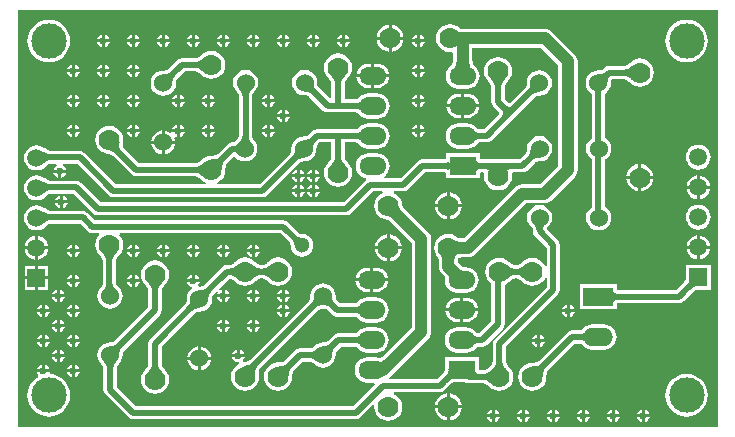
<source format=gbl>
G04 Layer_Physical_Order=2*
G04 Layer_Color=16711680*
%FSLAX44Y44*%
%MOMM*%
G71*
G01*
G75*
%ADD10C,1.0000*%
%ADD11C,0.5000*%
%ADD12R,1.5000X1.5000*%
%ADD13C,1.5000*%
%ADD14C,1.7780*%
%ADD15C,1.5240*%
%ADD16R,2.5400X1.5240*%
%ADD17O,2.5400X1.5240*%
%ADD18R,2.2860X1.5240*%
%ADD19O,2.2860X1.5240*%
%ADD20C,3.0000*%
%ADD21C,1.3000*%
%ADD22C,0.6000*%
G36*
X596431Y3569D02*
X3569D01*
Y356431D01*
X596431D01*
Y3569D01*
D02*
G37*
%LPC*%
G36*
X151130Y132396D02*
X150238Y132219D01*
X148406Y130994D01*
X147181Y129162D01*
X147004Y128270D01*
X151130D01*
Y132396D01*
D02*
G37*
G36*
X102870D02*
Y128270D01*
X106996D01*
X106819Y129162D01*
X105594Y130994D01*
X103762Y132219D01*
X102870Y132396D01*
D02*
G37*
G36*
X153670D02*
Y128270D01*
X157796D01*
X157619Y129162D01*
X156394Y130994D01*
X154562Y132219D01*
X153670Y132396D01*
D02*
G37*
G36*
X307250Y137988D02*
X304710D01*
Y129010D01*
X317330D01*
X317148Y130392D01*
X316125Y132864D01*
X314496Y134986D01*
X312374Y136615D01*
X309902Y137639D01*
X307250Y137988D01*
D02*
G37*
G36*
X302170D02*
X299630D01*
X296978Y137639D01*
X294506Y136615D01*
X292384Y134986D01*
X290755Y132864D01*
X289732Y130392D01*
X289550Y129010D01*
X302170D01*
Y137988D01*
D02*
G37*
G36*
X100330Y132396D02*
X99438Y132219D01*
X97606Y130994D01*
X96381Y129162D01*
X96204Y128270D01*
X100330D01*
Y132396D01*
D02*
G37*
G36*
Y125730D02*
X96204D01*
X96381Y124838D01*
X97606Y123006D01*
X99438Y121781D01*
X100330Y121604D01*
Y125730D01*
D02*
G37*
G36*
X56196D02*
X52070D01*
Y121604D01*
X52962Y121781D01*
X54794Y123006D01*
X56019Y124838D01*
X56196Y125730D01*
D02*
G37*
G36*
X106996D02*
X102870D01*
Y121604D01*
X103762Y121781D01*
X105594Y123006D01*
X106819Y124838D01*
X106996Y125730D01*
D02*
G37*
G36*
X52070Y132396D02*
Y128270D01*
X56196D01*
X56019Y129162D01*
X54794Y130994D01*
X52962Y132219D01*
X52070Y132396D01*
D02*
G37*
G36*
X49530D02*
X48638Y132219D01*
X46806Y130994D01*
X45581Y129162D01*
X45404Y128270D01*
X49530D01*
Y132396D01*
D02*
G37*
G36*
X578730Y154130D02*
X570041D01*
X570218Y152779D01*
X571230Y150337D01*
X572839Y148239D01*
X574937Y146630D01*
X577379Y145618D01*
X578730Y145441D01*
Y154130D01*
D02*
G37*
G36*
X29517Y153670D02*
X20828D01*
Y144981D01*
X22179Y145158D01*
X24621Y146170D01*
X26719Y147779D01*
X28328Y149877D01*
X29340Y152319D01*
X29517Y153670D01*
D02*
G37*
G36*
X589959Y154130D02*
X581270D01*
Y145441D01*
X582621Y145618D01*
X585063Y146630D01*
X587161Y148239D01*
X588770Y150337D01*
X589782Y152779D01*
X589959Y154130D01*
D02*
G37*
G36*
X56196Y151130D02*
X52070D01*
Y147004D01*
X52962Y147181D01*
X54794Y148406D01*
X56019Y150238D01*
X56196Y151130D01*
D02*
G37*
G36*
X49530D02*
X45404D01*
X45581Y150238D01*
X46806Y148406D01*
X48638Y147181D01*
X49530Y147004D01*
Y151130D01*
D02*
G37*
G36*
X18288Y153670D02*
X9599D01*
X9776Y152319D01*
X10788Y149877D01*
X12397Y147779D01*
X14495Y146170D01*
X16937Y145158D01*
X18288Y144981D01*
Y153670D01*
D02*
G37*
G36*
X29598Y139580D02*
X20828D01*
Y130810D01*
X29598D01*
Y139580D01*
D02*
G37*
G36*
X18288D02*
X9518D01*
Y130810D01*
X18288D01*
Y139580D01*
D02*
G37*
G36*
X224160Y146773D02*
X221056Y146364D01*
X218164Y145166D01*
X215680Y143260D01*
X215493Y143016D01*
X215018Y142557D01*
X214423Y142046D01*
X213846Y141611D01*
X213288Y141249D01*
X212751Y140955D01*
X212233Y140725D01*
X211734Y140553D01*
X211249Y140435D01*
X210925Y140388D01*
X209455D01*
X209131Y140435D01*
X208646Y140553D01*
X208147Y140725D01*
X207630Y140955D01*
X207092Y141249D01*
X206534Y141611D01*
X205957Y142046D01*
X205362Y142557D01*
X204887Y143016D01*
X204700Y143260D01*
X202216Y145166D01*
X199324Y146364D01*
X196220Y146773D01*
X193116Y146364D01*
X190224Y145166D01*
X187740Y143260D01*
X187553Y143016D01*
X187078Y142557D01*
X186483Y142046D01*
X185906Y141611D01*
X185348Y141249D01*
X184811Y140955D01*
X184293Y140725D01*
X183794Y140553D01*
X183309Y140435D01*
X182985Y140388D01*
X180906D01*
X178760Y139961D01*
X176941Y138745D01*
X161356Y123160D01*
X161194Y123034D01*
X160838Y122802D01*
X160464Y122602D01*
X160068Y122431D01*
X159645Y122290D01*
X159188Y122177D01*
X158695Y122095D01*
X158161Y122046D01*
X157702Y122036D01*
X157480Y122065D01*
X157148Y122022D01*
X156848Y122413D01*
X156539Y123222D01*
X157619Y124838D01*
X157796Y125730D01*
X147004D01*
X147181Y124838D01*
X148406Y123006D01*
X150238Y121781D01*
X151271Y121576D01*
X151587Y120218D01*
X149906Y118928D01*
X148203Y116709D01*
X147133Y114126D01*
X146768Y111354D01*
X146798Y111132D01*
X146787Y110672D01*
X146738Y110139D01*
X146657Y109645D01*
X146544Y109189D01*
X146402Y108765D01*
X146232Y108369D01*
X146032Y107996D01*
X145800Y107640D01*
X145673Y107477D01*
X116055Y77859D01*
X114839Y76040D01*
X114412Y73894D01*
Y56575D01*
X114365Y56251D01*
X114247Y55766D01*
X114075Y55267D01*
X113845Y54749D01*
X113551Y54212D01*
X113189Y53654D01*
X112754Y53077D01*
X112243Y52482D01*
X111784Y52007D01*
X111540Y51820D01*
X109634Y49336D01*
X108436Y46444D01*
X108027Y43340D01*
X108436Y40236D01*
X109634Y37344D01*
X111540Y34860D01*
X114024Y32954D01*
X116916Y31756D01*
X120020Y31347D01*
X123124Y31756D01*
X126016Y32954D01*
X128500Y34860D01*
X130406Y37344D01*
X131604Y40236D01*
X132013Y43340D01*
X131604Y46444D01*
X130406Y49336D01*
X128500Y51820D01*
X128256Y52007D01*
X127797Y52482D01*
X127286Y53077D01*
X126851Y53654D01*
X126489Y54212D01*
X126195Y54749D01*
X125965Y55267D01*
X125793Y55766D01*
X125675Y56251D01*
X125628Y56575D01*
Y71571D01*
X153604Y99547D01*
X153766Y99673D01*
X154122Y99906D01*
X154496Y100106D01*
X154892Y100276D01*
X155315Y100418D01*
X155772Y100530D01*
X156265Y100612D01*
X156799Y100661D01*
X157258Y100671D01*
X157480Y100642D01*
X160252Y101007D01*
X162836Y102077D01*
X165054Y103779D01*
X166757Y105998D01*
X167827Y108581D01*
X168192Y111354D01*
X168162Y111575D01*
X168173Y112035D01*
X168222Y112569D01*
X168303Y113062D01*
X168416Y113518D01*
X168558Y113942D01*
X168728Y114338D01*
X168928Y114711D01*
X169160Y115068D01*
X169287Y115230D01*
X172132Y118075D01*
X173119Y117266D01*
X172581Y116462D01*
X172404Y115570D01*
X176530D01*
Y119696D01*
X175638Y119519D01*
X174834Y118981D01*
X174025Y119968D01*
X183198Y129141D01*
X183309Y129125D01*
X183794Y129007D01*
X184293Y128835D01*
X184811Y128605D01*
X185348Y128311D01*
X185906Y127949D01*
X186483Y127514D01*
X187078Y127003D01*
X187553Y126544D01*
X187740Y126300D01*
X190224Y124394D01*
X193116Y123196D01*
X196220Y122787D01*
X199324Y123196D01*
X202216Y124394D01*
X204700Y126300D01*
X204887Y126544D01*
X205362Y127003D01*
X205957Y127514D01*
X206534Y127949D01*
X207092Y128311D01*
X207629Y128605D01*
X208147Y128835D01*
X208646Y129007D01*
X209131Y129125D01*
X209455Y129172D01*
X210925D01*
X211249Y129125D01*
X211734Y129007D01*
X212233Y128835D01*
X212750Y128605D01*
X213288Y128311D01*
X213846Y127949D01*
X214423Y127514D01*
X215018Y127003D01*
X215493Y126544D01*
X215680Y126300D01*
X218164Y124394D01*
X221056Y123196D01*
X224160Y122787D01*
X227264Y123196D01*
X230156Y124394D01*
X232640Y126300D01*
X234546Y128784D01*
X235744Y131676D01*
X236153Y134780D01*
X235744Y137884D01*
X234546Y140776D01*
X232640Y143260D01*
X230156Y145166D01*
X227264Y146364D01*
X224160Y146773D01*
D02*
G37*
G36*
X328861Y153670D02*
X318770D01*
Y143579D01*
X320484Y143804D01*
X323264Y144956D01*
X325652Y146788D01*
X327484Y149176D01*
X328636Y151956D01*
X328861Y153670D01*
D02*
G37*
G36*
X316230D02*
X306139D01*
X306364Y151956D01*
X307516Y149176D01*
X309348Y146788D01*
X311736Y144956D01*
X314516Y143804D01*
X316230Y143579D01*
Y153670D01*
D02*
G37*
G36*
X49530Y125730D02*
X45404D01*
X45581Y124838D01*
X46806Y123006D01*
X48638Y121781D01*
X49530Y121604D01*
Y125730D01*
D02*
G37*
G36*
X208596Y113030D02*
X204470D01*
Y108904D01*
X205362Y109081D01*
X207194Y110306D01*
X208419Y112138D01*
X208596Y113030D01*
D02*
G37*
G36*
X201930D02*
X197804D01*
X197981Y112138D01*
X199206Y110306D01*
X201038Y109081D01*
X201930Y108904D01*
Y113030D01*
D02*
G37*
G36*
X227330D02*
X223204D01*
X223381Y112138D01*
X224606Y110306D01*
X226438Y109081D01*
X227330Y108904D01*
Y113030D01*
D02*
G37*
G36*
X36830Y119696D02*
X35938Y119519D01*
X34106Y118294D01*
X32881Y116462D01*
X32704Y115570D01*
X36830D01*
Y119696D01*
D02*
G37*
G36*
X233996Y113030D02*
X229870D01*
Y108904D01*
X230762Y109081D01*
X232594Y110306D01*
X233819Y112138D01*
X233996Y113030D01*
D02*
G37*
G36*
X183196D02*
X179070D01*
Y108904D01*
X179962Y109081D01*
X181794Y110306D01*
X183019Y112138D01*
X183196Y113030D01*
D02*
G37*
G36*
X383450Y112588D02*
X380910D01*
Y103610D01*
X393531D01*
X393349Y104992D01*
X392325Y107464D01*
X390696Y109586D01*
X388574Y111215D01*
X386102Y112239D01*
X383450Y112588D01*
D02*
G37*
G36*
X378370D02*
X375830D01*
X373178Y112239D01*
X370706Y111215D01*
X368584Y109586D01*
X366955Y107464D01*
X365932Y104992D01*
X365750Y103610D01*
X378370D01*
Y112588D01*
D02*
G37*
G36*
X36830Y113030D02*
X32704D01*
X32881Y112138D01*
X34106Y110306D01*
X35938Y109081D01*
X36830Y108904D01*
Y113030D01*
D02*
G37*
G36*
X176530D02*
X172404D01*
X172581Y112138D01*
X173806Y110306D01*
X175638Y109081D01*
X176530Y108904D01*
Y113030D01*
D02*
G37*
G36*
X43496D02*
X39370D01*
Y108904D01*
X40262Y109081D01*
X42094Y110306D01*
X43319Y112138D01*
X43496Y113030D01*
D02*
G37*
G36*
X317330Y126470D02*
X304710D01*
Y117492D01*
X307250D01*
X309902Y117842D01*
X312374Y118865D01*
X314496Y120494D01*
X316125Y122616D01*
X317148Y125088D01*
X317330Y126470D01*
D02*
G37*
G36*
X302170D02*
X289550D01*
X289732Y125088D01*
X290755Y122616D01*
X292384Y120494D01*
X294506Y118865D01*
X296978Y117842D01*
X299630Y117492D01*
X302170D01*
Y126470D01*
D02*
G37*
G36*
X590500Y140500D02*
X569500D01*
Y129744D01*
X569472Y129601D01*
X569500Y129459D01*
Y127817D01*
X569112Y127260D01*
X567919Y125849D01*
X561215Y119146D01*
X512001D01*
X511670Y119175D01*
X511178Y119256D01*
X511127Y119270D01*
Y124158D01*
X479727D01*
Y102918D01*
X511127D01*
Y107806D01*
X511178Y107820D01*
X511670Y107901D01*
X512001Y107930D01*
X563538D01*
X565684Y108357D01*
X567503Y109573D01*
X575623Y117692D01*
X576509Y118515D01*
X577225Y119088D01*
X577817Y119500D01*
X579459D01*
X579602Y119472D01*
X579744Y119500D01*
X590500D01*
Y140500D01*
D02*
G37*
G36*
X29598Y128270D02*
X20828D01*
Y119500D01*
X29598D01*
Y128270D01*
D02*
G37*
G36*
X18288D02*
X9518D01*
Y119500D01*
X18288D01*
Y128270D01*
D02*
G37*
G36*
X229870Y119696D02*
Y115570D01*
X233996D01*
X233819Y116462D01*
X232594Y118294D01*
X230762Y119519D01*
X229870Y119696D01*
D02*
G37*
G36*
X179070D02*
Y115570D01*
X183196D01*
X183019Y116462D01*
X181794Y118294D01*
X179962Y119519D01*
X179070Y119696D01*
D02*
G37*
G36*
X39370D02*
Y115570D01*
X43496D01*
X43319Y116462D01*
X42094Y118294D01*
X40262Y119519D01*
X39370Y119696D01*
D02*
G37*
G36*
X201930D02*
X201038Y119519D01*
X199206Y118294D01*
X197981Y116462D01*
X197804Y115570D01*
X201930D01*
Y119696D01*
D02*
G37*
G36*
X227330D02*
X226438Y119519D01*
X224606Y118294D01*
X223381Y116462D01*
X223204Y115570D01*
X227330D01*
Y119696D01*
D02*
G37*
G36*
X204470D02*
Y115570D01*
X208596D01*
X208419Y116462D01*
X207194Y118294D01*
X205362Y119519D01*
X204470Y119696D01*
D02*
G37*
G36*
X100330Y151130D02*
X96204D01*
X96381Y150238D01*
X97606Y148406D01*
X99438Y147181D01*
X100330Y147004D01*
Y151130D01*
D02*
G37*
G36*
X367030Y189230D02*
X356939D01*
X357164Y187516D01*
X358316Y184736D01*
X360148Y182348D01*
X362536Y180516D01*
X365316Y179364D01*
X367030Y179139D01*
Y189230D01*
D02*
G37*
G36*
X580000Y191391D02*
X577259Y191030D01*
X574705Y189972D01*
X572511Y188289D01*
X570828Y186095D01*
X569770Y183541D01*
X569409Y180800D01*
X569770Y178059D01*
X570828Y175505D01*
X572511Y173311D01*
X574705Y171628D01*
X577259Y170570D01*
X580000Y170209D01*
X582741Y170570D01*
X585295Y171628D01*
X587489Y173311D01*
X589172Y175505D01*
X590230Y178059D01*
X590591Y180800D01*
X590230Y183541D01*
X589172Y186095D01*
X587489Y188289D01*
X585295Y189972D01*
X582741Y191030D01*
X580000Y191391D01*
D02*
G37*
G36*
X379661Y189230D02*
X369570D01*
Y179139D01*
X371284Y179364D01*
X374064Y180516D01*
X376452Y182348D01*
X378284Y184736D01*
X379436Y187516D01*
X379661Y189230D01*
D02*
G37*
G36*
X46036Y192532D02*
X41910D01*
Y188406D01*
X42802Y188583D01*
X44634Y189808D01*
X45859Y191640D01*
X46036Y192532D01*
D02*
G37*
G36*
X39370D02*
X35244D01*
X35421Y191640D01*
X36646Y189808D01*
X38478Y188583D01*
X39370Y188406D01*
Y192532D01*
D02*
G37*
G36*
X369800Y344393D02*
X366696Y343984D01*
X363804Y342786D01*
X361320Y340880D01*
X359414Y338396D01*
X358216Y335504D01*
X357807Y332400D01*
X358216Y329296D01*
X359414Y326404D01*
X361320Y323920D01*
X363804Y322014D01*
X366696Y320816D01*
X369800Y320407D01*
X371476Y320628D01*
X372431Y319791D01*
Y317526D01*
X372393Y315652D01*
X372255Y313585D01*
X372032Y311823D01*
X371738Y310382D01*
X371581Y309879D01*
X371334Y309776D01*
X369116Y308074D01*
X368125Y306784D01*
X368084Y306747D01*
X368062Y306701D01*
X367413Y305856D01*
X366343Y303272D01*
X365978Y300500D01*
X366343Y297728D01*
X367413Y295144D01*
X369116Y292926D01*
X371334Y291223D01*
X373918Y290153D01*
X376690Y289788D01*
X384310D01*
X387082Y290153D01*
X389666Y291223D01*
X391884Y292926D01*
X393587Y295144D01*
X394657Y297728D01*
X395022Y300500D01*
X394657Y303272D01*
X393587Y305856D01*
X392938Y306701D01*
X392916Y306747D01*
X392875Y306784D01*
X391884Y308074D01*
X389666Y309776D01*
X389419Y309879D01*
X389263Y310382D01*
X388978Y311776D01*
X388606Y315694D01*
X388569Y317526D01*
Y324331D01*
X446578D01*
X461577Y309332D01*
Y224068D01*
X446238Y208729D01*
X430530D01*
X428442Y208454D01*
X426496Y207648D01*
X424824Y206366D01*
X381468Y163009D01*
X380626D01*
X379268Y163044D01*
X377894Y163172D01*
X377417Y163249D01*
X377028Y163338D01*
X376786Y163412D01*
X376780Y163420D01*
X374296Y165326D01*
X371404Y166524D01*
X368300Y166933D01*
X365196Y166524D01*
X362304Y165326D01*
X359820Y163420D01*
X357914Y160936D01*
X356716Y158044D01*
X356307Y154940D01*
X356716Y151836D01*
X357914Y148944D01*
X359820Y146460D01*
X359828Y146454D01*
X359902Y146213D01*
X359991Y145823D01*
X360064Y145375D01*
X360230Y143112D01*
X360231Y143064D01*
Y139080D01*
X360506Y136992D01*
X361312Y135045D01*
X362594Y133374D01*
X362954Y133015D01*
X364268Y131649D01*
X365409Y130323D01*
X365451Y130267D01*
X365118Y127740D01*
X365483Y124968D01*
X366553Y122384D01*
X368256Y120166D01*
X370474Y118463D01*
X373058Y117393D01*
X375830Y117028D01*
X383450D01*
X386222Y117393D01*
X388806Y118463D01*
X391024Y120166D01*
X392727Y122384D01*
X393797Y124968D01*
X394162Y127740D01*
X393797Y130512D01*
X392727Y133096D01*
X391024Y135314D01*
X388806Y137017D01*
X386222Y138087D01*
X383450Y138452D01*
X381007D01*
X380725Y138642D01*
X376369Y142514D01*
Y142614D01*
X376404Y143972D01*
X376531Y145346D01*
X376609Y145823D01*
X376698Y146213D01*
X376772Y146454D01*
X376780Y146460D01*
X376786Y146468D01*
X377028Y146542D01*
X377417Y146630D01*
X377865Y146704D01*
X380128Y146870D01*
X380176Y146871D01*
X384810D01*
X386898Y147146D01*
X388844Y147952D01*
X390516Y149234D01*
X433872Y192591D01*
X449580D01*
X451668Y192866D01*
X453615Y193672D01*
X455286Y194954D01*
X475352Y215020D01*
X476634Y216691D01*
X477440Y218638D01*
X477715Y220726D01*
Y312674D01*
X477440Y314762D01*
X476634Y316709D01*
X475352Y318380D01*
X455626Y338106D01*
X453955Y339388D01*
X452008Y340194D01*
X449920Y340469D01*
X378595D01*
X378280Y340880D01*
X375796Y342786D01*
X372904Y343984D01*
X369800Y344393D01*
D02*
G37*
G36*
X316230Y166301D02*
X314516Y166076D01*
X311736Y164924D01*
X309348Y163092D01*
X307516Y160704D01*
X306364Y157924D01*
X306139Y156210D01*
X316230D01*
Y166301D01*
D02*
G37*
G36*
X20828Y164899D02*
Y156210D01*
X29517D01*
X29340Y157561D01*
X28328Y160003D01*
X26719Y162101D01*
X24621Y163710D01*
X22179Y164722D01*
X20828Y164899D01*
D02*
G37*
G36*
X318770Y166301D02*
Y156210D01*
X328861D01*
X328636Y157924D01*
X327484Y160704D01*
X325652Y163092D01*
X323264Y164924D01*
X320484Y166076D01*
X318770Y166301D01*
D02*
G37*
G36*
X581270Y165359D02*
Y156670D01*
X589959D01*
X589782Y158021D01*
X588770Y160463D01*
X587161Y162561D01*
X585063Y164170D01*
X582621Y165182D01*
X581270Y165359D01*
D02*
G37*
G36*
X578730D02*
X577379Y165182D01*
X574937Y164170D01*
X572839Y162561D01*
X571230Y160463D01*
X570218Y158021D01*
X570041Y156670D01*
X578730D01*
Y165359D01*
D02*
G37*
G36*
X246696Y201930D02*
X242570D01*
Y197804D01*
X243462Y197981D01*
X245294Y199206D01*
X246519Y201038D01*
X246696Y201930D01*
D02*
G37*
G36*
X240030D02*
X235904D01*
X236081Y201038D01*
X237306Y199206D01*
X239138Y197981D01*
X240030Y197804D01*
Y201930D01*
D02*
G37*
G36*
X252730D02*
X248604D01*
X248781Y201038D01*
X250006Y199206D01*
X251838Y197981D01*
X252730Y197804D01*
Y201930D01*
D02*
G37*
G36*
X529130Y213130D02*
X519039D01*
X519264Y211416D01*
X520416Y208636D01*
X522248Y206248D01*
X524636Y204416D01*
X527416Y203264D01*
X529130Y203039D01*
Y213130D01*
D02*
G37*
G36*
X259396Y201930D02*
X255270D01*
Y197804D01*
X256162Y197981D01*
X257994Y199206D01*
X259219Y201038D01*
X259396Y201930D01*
D02*
G37*
G36*
X589959Y204930D02*
X581270D01*
Y196241D01*
X582621Y196418D01*
X585063Y197430D01*
X587161Y199039D01*
X588770Y201137D01*
X589782Y203579D01*
X589959Y204930D01*
D02*
G37*
G36*
X369570Y201861D02*
Y191770D01*
X379661D01*
X379436Y193484D01*
X378284Y196264D01*
X376452Y198652D01*
X374064Y200484D01*
X371284Y201636D01*
X369570Y201861D01*
D02*
G37*
G36*
X367030D02*
X365316Y201636D01*
X362536Y200484D01*
X360148Y198652D01*
X358316Y196264D01*
X357164Y193484D01*
X356939Y191770D01*
X367030D01*
Y201861D01*
D02*
G37*
G36*
X39370Y199198D02*
X38478Y199021D01*
X36646Y197796D01*
X35421Y195964D01*
X35244Y195072D01*
X39370D01*
Y199198D01*
D02*
G37*
G36*
X578730Y204930D02*
X570041D01*
X570218Y203579D01*
X571230Y201137D01*
X572839Y199039D01*
X574937Y197430D01*
X577379Y196418D01*
X578730Y196241D01*
Y204930D01*
D02*
G37*
G36*
X41910Y199198D02*
Y195072D01*
X46036D01*
X45859Y195964D01*
X44634Y197796D01*
X42802Y199021D01*
X41910Y199198D01*
D02*
G37*
G36*
X18288Y164899D02*
X16937Y164722D01*
X14495Y163710D01*
X12397Y162101D01*
X10788Y160003D01*
X9776Y157561D01*
X9599Y156210D01*
X18288D01*
Y164899D01*
D02*
G37*
G36*
X201930Y151130D02*
X197804D01*
X197981Y150238D01*
X199206Y148406D01*
X201038Y147181D01*
X201930Y147004D01*
Y151130D01*
D02*
G37*
G36*
X183196D02*
X179070D01*
Y147004D01*
X179962Y147181D01*
X181794Y148406D01*
X183019Y150238D01*
X183196Y151130D01*
D02*
G37*
G36*
X208596D02*
X204470D01*
Y147004D01*
X205362Y147181D01*
X207194Y148406D01*
X208419Y150238D01*
X208596Y151130D01*
D02*
G37*
G36*
X49530Y157796D02*
X48638Y157619D01*
X46806Y156394D01*
X45581Y154562D01*
X45404Y153670D01*
X49530D01*
Y157796D01*
D02*
G37*
G36*
X19558Y190931D02*
X16817Y190570D01*
X14263Y189512D01*
X12069Y187829D01*
X10386Y185635D01*
X9328Y183081D01*
X8967Y180340D01*
X9328Y177599D01*
X10386Y175045D01*
X12069Y172851D01*
X14263Y171168D01*
X16817Y170110D01*
X19558Y169749D01*
X22299Y170110D01*
X24853Y171168D01*
X27047Y172851D01*
X27374Y173277D01*
X27468Y173337D01*
X27938Y173786D01*
X28332Y174113D01*
X28722Y174390D01*
X29109Y174622D01*
X29496Y174813D01*
X29885Y174966D01*
X30282Y175084D01*
X30692Y175169D01*
X30884Y175192D01*
X56399D01*
X62837Y168755D01*
X64656Y167539D01*
X66802Y167112D01*
X72409D01*
X72510Y166813D01*
X72710Y165842D01*
X70894Y163476D01*
X69696Y160584D01*
X69287Y157480D01*
X69696Y154376D01*
X70894Y151484D01*
X72800Y149000D01*
X73044Y148813D01*
X73503Y148338D01*
X74014Y147743D01*
X74449Y147166D01*
X74811Y146608D01*
X75105Y146071D01*
X75335Y145553D01*
X75507Y145054D01*
X75625Y144569D01*
X75672Y144245D01*
Y124855D01*
X75650Y124660D01*
X75563Y124216D01*
X75441Y123775D01*
X75282Y123332D01*
X75083Y122885D01*
X74841Y122432D01*
X74553Y121970D01*
X74216Y121501D01*
X73774Y120958D01*
X73648Y120719D01*
X72643Y119409D01*
X71573Y116826D01*
X71208Y114054D01*
X71573Y111281D01*
X72643Y108698D01*
X74346Y106479D01*
X76564Y104777D01*
X79148Y103707D01*
X81920Y103342D01*
X84692Y103707D01*
X87276Y104777D01*
X89494Y106479D01*
X91196Y108698D01*
X92267Y111281D01*
X92632Y114054D01*
X92267Y116826D01*
X91196Y119409D01*
X89494Y121628D01*
X88916Y122072D01*
X88813Y122208D01*
X88331Y122637D01*
X87992Y122990D01*
X87706Y123341D01*
X87470Y123690D01*
X87277Y124039D01*
X87122Y124395D01*
X87002Y124763D01*
X86915Y125152D01*
X86888Y125358D01*
Y144245D01*
X86935Y144569D01*
X87053Y145054D01*
X87225Y145553D01*
X87455Y146070D01*
X87749Y146608D01*
X88111Y147166D01*
X88546Y147743D01*
X89057Y148338D01*
X89516Y148813D01*
X89760Y149000D01*
X91666Y151484D01*
X92864Y154376D01*
X93273Y157480D01*
X92864Y160584D01*
X91666Y163476D01*
X89850Y165842D01*
X90050Y166813D01*
X90151Y167112D01*
X226277D01*
X233925Y159464D01*
X233967Y159413D01*
X234179Y159112D01*
X234352Y158820D01*
X234492Y158534D01*
X234602Y158253D01*
X234685Y157971D01*
X234743Y157683D01*
X234777Y157383D01*
X234785Y157120D01*
X234766Y156972D01*
X235093Y154492D01*
X236050Y152181D01*
X237573Y150197D01*
X239557Y148674D01*
X241868Y147717D01*
X244348Y147390D01*
X246828Y147717D01*
X249139Y148674D01*
X251123Y150197D01*
X252646Y152181D01*
X253603Y154492D01*
X253930Y156972D01*
X253603Y159452D01*
X252646Y161763D01*
X251123Y163748D01*
X249139Y165270D01*
X246828Y166227D01*
X244348Y166554D01*
X244200Y166535D01*
X243937Y166543D01*
X243637Y166577D01*
X243349Y166635D01*
X243067Y166718D01*
X242785Y166828D01*
X242500Y166968D01*
X242208Y167141D01*
X241907Y167353D01*
X241856Y167395D01*
X232565Y176685D01*
X230746Y177901D01*
X228600Y178328D01*
X69125D01*
X62687Y184765D01*
X60868Y185981D01*
X58722Y186408D01*
X30884D01*
X30692Y186431D01*
X30282Y186516D01*
X29885Y186634D01*
X29496Y186787D01*
X29109Y186978D01*
X28722Y187210D01*
X28332Y187487D01*
X27938Y187814D01*
X27468Y188263D01*
X26994Y188564D01*
X26527Y188876D01*
X26491Y188883D01*
X26461Y188902D01*
X25907Y188999D01*
X25386Y189103D01*
X24853Y189512D01*
X22299Y190570D01*
X19558Y190931D01*
D02*
G37*
G36*
X176530Y151130D02*
X172404D01*
X172581Y150238D01*
X173806Y148406D01*
X175638Y147181D01*
X176530Y147004D01*
Y151130D01*
D02*
G37*
G36*
X125730D02*
X121604D01*
X121781Y150238D01*
X123006Y148406D01*
X124838Y147181D01*
X125730Y147004D01*
Y151130D01*
D02*
G37*
G36*
X106996D02*
X102870D01*
Y147004D01*
X103762Y147181D01*
X105594Y148406D01*
X106819Y150238D01*
X106996Y151130D01*
D02*
G37*
G36*
X132396D02*
X128270D01*
Y147004D01*
X129162Y147181D01*
X130994Y148406D01*
X132219Y150238D01*
X132396Y151130D01*
D02*
G37*
G36*
X157796D02*
X153670D01*
Y147004D01*
X154562Y147181D01*
X156394Y148406D01*
X157619Y150238D01*
X157796Y151130D01*
D02*
G37*
G36*
X151130D02*
X147004D01*
X147181Y150238D01*
X148406Y148406D01*
X150238Y147181D01*
X151130Y147004D01*
Y151130D01*
D02*
G37*
G36*
X176530Y157796D02*
X175638Y157619D01*
X173806Y156394D01*
X172581Y154562D01*
X172404Y153670D01*
X176530D01*
Y157796D01*
D02*
G37*
G36*
X153670D02*
Y153670D01*
X157796D01*
X157619Y154562D01*
X156394Y156394D01*
X154562Y157619D01*
X153670Y157796D01*
D02*
G37*
G36*
X179070D02*
Y153670D01*
X183196D01*
X183019Y154562D01*
X181794Y156394D01*
X179962Y157619D01*
X179070Y157796D01*
D02*
G37*
G36*
X204470D02*
Y153670D01*
X208596D01*
X208419Y154562D01*
X207194Y156394D01*
X205362Y157619D01*
X204470Y157796D01*
D02*
G37*
G36*
X201930D02*
X201038Y157619D01*
X199206Y156394D01*
X197981Y154562D01*
X197804Y153670D01*
X201930D01*
Y157796D01*
D02*
G37*
G36*
X151130D02*
X150238Y157619D01*
X148406Y156394D01*
X147181Y154562D01*
X147004Y153670D01*
X151130D01*
Y157796D01*
D02*
G37*
G36*
X100330D02*
X99438Y157619D01*
X97606Y156394D01*
X96381Y154562D01*
X96204Y153670D01*
X100330D01*
Y157796D01*
D02*
G37*
G36*
X52070D02*
Y153670D01*
X56196D01*
X56019Y154562D01*
X54794Y156394D01*
X52962Y157619D01*
X52070Y157796D01*
D02*
G37*
G36*
X102870D02*
Y153670D01*
X106996D01*
X106819Y154562D01*
X105594Y156394D01*
X103762Y157619D01*
X102870Y157796D01*
D02*
G37*
G36*
X128270D02*
Y153670D01*
X132396D01*
X132219Y154562D01*
X130994Y156394D01*
X129162Y157619D01*
X128270Y157796D01*
D02*
G37*
G36*
X125730D02*
X124838Y157619D01*
X123006Y156394D01*
X121781Y154562D01*
X121604Y153670D01*
X125730D01*
Y157796D01*
D02*
G37*
G36*
X49530Y49530D02*
X45404D01*
X45581Y48638D01*
X46806Y46806D01*
X48638Y45581D01*
X49530Y45404D01*
Y49530D01*
D02*
G37*
G36*
X369570Y31681D02*
Y21590D01*
X379661D01*
X379436Y23304D01*
X378284Y26084D01*
X376452Y28472D01*
X374064Y30304D01*
X371284Y31456D01*
X369570Y31681D01*
D02*
G37*
G36*
X56196Y49530D02*
X52070D01*
Y45404D01*
X52962Y45581D01*
X54794Y46806D01*
X56019Y48638D01*
X56196Y49530D01*
D02*
G37*
G36*
X167561Y60096D02*
X158750D01*
Y51286D01*
X160132Y51468D01*
X162604Y52492D01*
X164726Y54120D01*
X166355Y56243D01*
X167379Y58714D01*
X167561Y60096D01*
D02*
G37*
G36*
X156210D02*
X147400D01*
X147582Y58714D01*
X148605Y56243D01*
X150234Y54120D01*
X152356Y52492D01*
X154828Y51468D01*
X156210Y51286D01*
Y60096D01*
D02*
G37*
G36*
X367030Y31681D02*
X365316Y31456D01*
X362536Y30304D01*
X360148Y28472D01*
X358316Y26084D01*
X357164Y23304D01*
X356939Y21590D01*
X367030D01*
Y31681D01*
D02*
G37*
G36*
X506730Y18096D02*
X505838Y17919D01*
X504006Y16694D01*
X502781Y14862D01*
X502604Y13970D01*
X506730D01*
Y18096D01*
D02*
G37*
G36*
X483870D02*
Y13970D01*
X487996D01*
X487819Y14862D01*
X486594Y16694D01*
X484762Y17919D01*
X483870Y18096D01*
D02*
G37*
G36*
X509270D02*
Y13970D01*
X513396D01*
X513219Y14862D01*
X511994Y16694D01*
X510162Y17919D01*
X509270Y18096D01*
D02*
G37*
G36*
X534670D02*
Y13970D01*
X538796D01*
X538619Y14862D01*
X537394Y16694D01*
X535562Y17919D01*
X534670Y18096D01*
D02*
G37*
G36*
X532130D02*
X531238Y17919D01*
X529406Y16694D01*
X528181Y14862D01*
X528004Y13970D01*
X532130D01*
Y18096D01*
D02*
G37*
G36*
X158750Y71447D02*
Y62636D01*
X167561D01*
X167379Y64019D01*
X166355Y66490D01*
X164726Y68613D01*
X162604Y70241D01*
X160132Y71265D01*
X158750Y71447D01*
D02*
G37*
G36*
X156210D02*
X154828Y71265D01*
X152356Y70241D01*
X150234Y68613D01*
X148605Y66490D01*
X147582Y64019D01*
X147400Y62636D01*
X156210D01*
Y71447D01*
D02*
G37*
G36*
X36830Y68896D02*
X35938Y68719D01*
X34106Y67494D01*
X32881Y65662D01*
X32704Y64770D01*
X36830D01*
Y68896D01*
D02*
G37*
G36*
X189230D02*
X188338Y68719D01*
X186506Y67494D01*
X185281Y65662D01*
X185104Y64770D01*
X189230D01*
Y68896D01*
D02*
G37*
G36*
X39370D02*
Y64770D01*
X43496D01*
X43319Y65662D01*
X42094Y67494D01*
X40262Y68719D01*
X39370Y68896D01*
D02*
G37*
G36*
X43496Y62230D02*
X39370D01*
Y58104D01*
X40262Y58281D01*
X42094Y59506D01*
X43319Y61338D01*
X43496Y62230D01*
D02*
G37*
G36*
X26670Y56196D02*
Y52070D01*
X30796D01*
X30619Y52962D01*
X29394Y54794D01*
X27562Y56019D01*
X26670Y56196D01*
D02*
G37*
G36*
X24130D02*
X23238Y56019D01*
X21406Y54794D01*
X20181Y52962D01*
X20004Y52070D01*
X24130D01*
Y56196D01*
D02*
G37*
G36*
X49530D02*
X48638Y56019D01*
X46806Y54794D01*
X45581Y52962D01*
X45404Y52070D01*
X49530D01*
Y56196D01*
D02*
G37*
G36*
X36830Y62230D02*
X32704D01*
X32881Y61338D01*
X34106Y59506D01*
X35938Y58281D01*
X36830Y58104D01*
Y62230D01*
D02*
G37*
G36*
X52070Y56196D02*
Y52070D01*
X56196D01*
X56019Y52962D01*
X54794Y54794D01*
X52962Y56019D01*
X52070Y56196D01*
D02*
G37*
G36*
X481330Y18096D02*
X480438Y17919D01*
X478606Y16694D01*
X477381Y14862D01*
X477204Y13970D01*
X481330D01*
Y18096D01*
D02*
G37*
G36*
X487996Y11430D02*
X483870D01*
Y7304D01*
X484762Y7481D01*
X486594Y8706D01*
X487819Y10538D01*
X487996Y11430D01*
D02*
G37*
G36*
X481330D02*
X477204D01*
X477381Y10538D01*
X478606Y8706D01*
X480438Y7481D01*
X481330Y7304D01*
Y11430D01*
D02*
G37*
G36*
X506730D02*
X502604D01*
X502781Y10538D01*
X504006Y8706D01*
X505838Y7481D01*
X506730Y7304D01*
Y11430D01*
D02*
G37*
G36*
X532130D02*
X528004D01*
X528181Y10538D01*
X529406Y8706D01*
X531238Y7481D01*
X532130Y7304D01*
Y11430D01*
D02*
G37*
G36*
X513396D02*
X509270D01*
Y7304D01*
X510162Y7481D01*
X511994Y8706D01*
X513219Y10538D01*
X513396Y11430D01*
D02*
G37*
G36*
X462596D02*
X458470D01*
Y7304D01*
X459362Y7481D01*
X461194Y8706D01*
X462419Y10538D01*
X462596Y11430D01*
D02*
G37*
G36*
X411796D02*
X407670D01*
Y7304D01*
X408562Y7481D01*
X410394Y8706D01*
X411619Y10538D01*
X411796Y11430D01*
D02*
G37*
G36*
X405130D02*
X401004D01*
X401181Y10538D01*
X402406Y8706D01*
X404238Y7481D01*
X405130Y7304D01*
Y11430D01*
D02*
G37*
G36*
X430530D02*
X426404D01*
X426581Y10538D01*
X427806Y8706D01*
X429638Y7481D01*
X430530Y7304D01*
Y11430D01*
D02*
G37*
G36*
X455930D02*
X451804D01*
X451981Y10538D01*
X453206Y8706D01*
X455038Y7481D01*
X455930Y7304D01*
Y11430D01*
D02*
G37*
G36*
X437196D02*
X433070D01*
Y7304D01*
X433962Y7481D01*
X435794Y8706D01*
X437019Y10538D01*
X437196Y11430D01*
D02*
G37*
G36*
X430530Y18096D02*
X429638Y17919D01*
X427806Y16694D01*
X426581Y14862D01*
X426404Y13970D01*
X430530D01*
Y18096D01*
D02*
G37*
G36*
X407670D02*
Y13970D01*
X411796D01*
X411619Y14862D01*
X410394Y16694D01*
X408562Y17919D01*
X407670Y18096D01*
D02*
G37*
G36*
X433070D02*
Y13970D01*
X437196D01*
X437019Y14862D01*
X435794Y16694D01*
X433962Y17919D01*
X433070Y18096D01*
D02*
G37*
G36*
X458470D02*
Y13970D01*
X462596D01*
X462419Y14862D01*
X461194Y16694D01*
X459362Y17919D01*
X458470Y18096D01*
D02*
G37*
G36*
X455930D02*
X455038Y17919D01*
X453206Y16694D01*
X451981Y14862D01*
X451804Y13970D01*
X455930D01*
Y18096D01*
D02*
G37*
G36*
X405130D02*
X404238Y17919D01*
X402406Y16694D01*
X401181Y14862D01*
X401004Y13970D01*
X405130D01*
Y18096D01*
D02*
G37*
G36*
X367030Y19050D02*
X356939D01*
X357164Y17336D01*
X358316Y14556D01*
X360148Y12168D01*
X362536Y10336D01*
X365316Y9184D01*
X367030Y8959D01*
Y19050D01*
D02*
G37*
G36*
X538796Y11430D02*
X534670D01*
Y7304D01*
X535562Y7481D01*
X537394Y8706D01*
X538619Y10538D01*
X538796Y11430D01*
D02*
G37*
G36*
X379661Y19050D02*
X369570D01*
Y8959D01*
X371284Y9184D01*
X374064Y10336D01*
X376452Y12168D01*
X378284Y14556D01*
X379436Y17336D01*
X379661Y19050D01*
D02*
G37*
G36*
X570000Y48087D02*
X566471Y47740D01*
X563078Y46710D01*
X559951Y45039D01*
X557211Y42790D01*
X554961Y40049D01*
X553290Y36922D01*
X552261Y33529D01*
X551913Y30000D01*
X552261Y26471D01*
X553290Y23078D01*
X554961Y19951D01*
X557211Y17211D01*
X559951Y14961D01*
X563078Y13290D01*
X566471Y12261D01*
X570000Y11913D01*
X573529Y12261D01*
X576922Y13290D01*
X580049Y14961D01*
X582789Y17211D01*
X585039Y19951D01*
X586710Y23078D01*
X587739Y26471D01*
X588087Y30000D01*
X587739Y33529D01*
X586710Y36922D01*
X585039Y40049D01*
X582789Y42790D01*
X580049Y45039D01*
X576922Y46710D01*
X573529Y47740D01*
X570000Y48087D01*
D02*
G37*
G36*
X30796Y49530D02*
X20004D01*
X20181Y48638D01*
X21184Y47138D01*
X21055Y45629D01*
X19951Y45039D01*
X17211Y42790D01*
X14961Y40049D01*
X13290Y36922D01*
X12261Y33529D01*
X11913Y30000D01*
X12261Y26471D01*
X13290Y23078D01*
X14961Y19951D01*
X17211Y17211D01*
X19951Y14961D01*
X23078Y13290D01*
X26471Y12261D01*
X30000Y11913D01*
X33529Y12261D01*
X36922Y13290D01*
X40049Y14961D01*
X42790Y17211D01*
X45039Y19951D01*
X46710Y23078D01*
X47740Y26471D01*
X48087Y30000D01*
X47740Y33529D01*
X46710Y36922D01*
X45039Y40049D01*
X42790Y42790D01*
X40049Y45039D01*
X36922Y46710D01*
X33529Y47740D01*
X31559Y47934D01*
X30748Y49290D01*
X30796Y49530D01*
D02*
G37*
G36*
X191770Y68896D02*
Y64770D01*
X195896D01*
X195719Y65662D01*
X194494Y67494D01*
X192662Y68719D01*
X191770Y68896D01*
D02*
G37*
G36*
X30796Y100330D02*
X26670D01*
Y96204D01*
X27562Y96381D01*
X29394Y97606D01*
X30619Y99438D01*
X30796Y100330D01*
D02*
G37*
G36*
X24130D02*
X20004D01*
X20181Y99438D01*
X21406Y97606D01*
X23238Y96381D01*
X24130Y96204D01*
Y100330D01*
D02*
G37*
G36*
X49530D02*
X45404D01*
X45581Y99438D01*
X46806Y97606D01*
X48638Y96381D01*
X49530Y96204D01*
Y100330D01*
D02*
G37*
G36*
X227330D02*
X223204D01*
X223381Y99438D01*
X224606Y97606D01*
X226438Y96381D01*
X227330Y96204D01*
Y100330D01*
D02*
G37*
G36*
X56196D02*
X52070D01*
Y96204D01*
X52962Y96381D01*
X54794Y97606D01*
X56019Y99438D01*
X56196Y100330D01*
D02*
G37*
G36*
X393531Y101070D02*
X380910D01*
Y92092D01*
X383450D01*
X386102Y92442D01*
X388574Y93465D01*
X390696Y95094D01*
X392325Y97216D01*
X393349Y99688D01*
X393531Y101070D01*
D02*
G37*
G36*
X201930Y94296D02*
X201038Y94119D01*
X199206Y92894D01*
X197981Y91062D01*
X197804Y90170D01*
X201930D01*
Y94296D01*
D02*
G37*
G36*
X179070D02*
Y90170D01*
X183196D01*
X183019Y91062D01*
X181794Y92894D01*
X179962Y94119D01*
X179070Y94296D01*
D02*
G37*
G36*
X204470D02*
Y90170D01*
X208596D01*
X208419Y91062D01*
X207194Y92894D01*
X205362Y94119D01*
X204470Y94296D01*
D02*
G37*
G36*
X378370Y101070D02*
X365750D01*
X365932Y99688D01*
X366955Y97216D01*
X368584Y95094D01*
X370706Y93465D01*
X373178Y92442D01*
X375830Y92092D01*
X378370D01*
Y101070D01*
D02*
G37*
G36*
X262260Y124765D02*
X259488Y124400D01*
X256904Y123330D01*
X254686Y121628D01*
X252983Y119409D01*
X251913Y116826D01*
X251548Y114054D01*
X251577Y113832D01*
X251567Y113372D01*
X251518Y112838D01*
X251437Y112345D01*
X251324Y111889D01*
X251182Y111465D01*
X251012Y111069D01*
X250812Y110696D01*
X250580Y110339D01*
X250453Y110177D01*
X200096Y59820D01*
X199852Y59632D01*
X199391Y59330D01*
X198867Y59039D01*
X198277Y58762D01*
X197619Y58501D01*
X196929Y58272D01*
X195204Y57839D01*
X194250Y57665D01*
X194172Y57763D01*
X194425Y59460D01*
X194494Y59506D01*
X195719Y61338D01*
X195896Y62230D01*
X185104D01*
X185281Y61338D01*
X186506Y59506D01*
X188338Y58281D01*
X190500Y57852D01*
X190948Y57941D01*
X191319Y56719D01*
X190224Y56266D01*
X187740Y54360D01*
X185834Y51876D01*
X184636Y48984D01*
X184227Y45880D01*
X184636Y42776D01*
X185834Y39884D01*
X187740Y37400D01*
X190224Y35494D01*
X193116Y34296D01*
X196220Y33887D01*
X199324Y34296D01*
X202216Y35494D01*
X204700Y37400D01*
X206606Y39884D01*
X207804Y42776D01*
X208213Y45880D01*
X207978Y47658D01*
X207992Y47921D01*
X207868Y48760D01*
X207821Y49432D01*
X207828Y50039D01*
X207883Y50585D01*
X207982Y51076D01*
X208121Y51520D01*
X208298Y51927D01*
X208517Y52309D01*
X208706Y52569D01*
X258384Y102247D01*
X258546Y102373D01*
X258902Y102605D01*
X259276Y102806D01*
X259672Y102976D01*
X260095Y103118D01*
X260552Y103230D01*
X261045Y103312D01*
X261579Y103361D01*
X262038Y103371D01*
X262260Y103342D01*
X262482Y103371D01*
X262941Y103361D01*
X263475Y103312D01*
X263968Y103230D01*
X264425Y103118D01*
X264848Y102976D01*
X265244Y102806D01*
X265618Y102605D01*
X265974Y102373D01*
X266136Y102247D01*
X270008Y98375D01*
X271828Y97159D01*
X273974Y96732D01*
X288943D01*
X289494Y96695D01*
X290260Y96597D01*
X290724Y96502D01*
X292056Y94766D01*
X294274Y93063D01*
X296858Y91993D01*
X299630Y91628D01*
X307250D01*
X310022Y91993D01*
X312606Y93063D01*
X314824Y94766D01*
X316527Y96984D01*
X317597Y99568D01*
X317962Y102340D01*
X317597Y105112D01*
X316527Y107696D01*
X314824Y109914D01*
X312606Y111617D01*
X310022Y112687D01*
X307250Y113052D01*
X299630D01*
X296858Y112687D01*
X294274Y111617D01*
X292056Y109914D01*
X290724Y108178D01*
X290307Y108092D01*
X288795Y107948D01*
X276296D01*
X274067Y110177D01*
X273940Y110339D01*
X273708Y110696D01*
X273508Y111070D01*
X273338Y111465D01*
X273196Y111889D01*
X273083Y112345D01*
X273002Y112838D01*
X272953Y113372D01*
X272942Y113832D01*
X272972Y114054D01*
X272607Y116826D01*
X271537Y119409D01*
X269834Y121628D01*
X267616Y123330D01*
X265032Y124400D01*
X262260Y124765D01*
D02*
G37*
G36*
X227330Y106996D02*
X226438Y106819D01*
X224606Y105594D01*
X223381Y103762D01*
X223204Y102870D01*
X227330D01*
Y106996D01*
D02*
G37*
G36*
X52070D02*
Y102870D01*
X56196D01*
X56019Y103762D01*
X54794Y105594D01*
X52962Y106819D01*
X52070Y106996D01*
D02*
G37*
G36*
X229870D02*
Y102870D01*
X233996D01*
X233819Y103762D01*
X232594Y105594D01*
X230762Y106819D01*
X229870Y106996D01*
D02*
G37*
G36*
X471170D02*
Y102870D01*
X475296D01*
X475119Y103762D01*
X473894Y105594D01*
X472062Y106819D01*
X471170Y106996D01*
D02*
G37*
G36*
X468630D02*
X467738Y106819D01*
X465906Y105594D01*
X464681Y103762D01*
X464504Y102870D01*
X468630D01*
Y106996D01*
D02*
G37*
G36*
X49530D02*
X48638Y106819D01*
X46806Y105594D01*
X45581Y103762D01*
X45404Y102870D01*
X49530D01*
Y106996D01*
D02*
G37*
G36*
X468630Y100330D02*
X464504D01*
X464681Y99438D01*
X465906Y97606D01*
X467738Y96381D01*
X468630Y96204D01*
Y100330D01*
D02*
G37*
G36*
X233996D02*
X229870D01*
Y96204D01*
X230762Y96381D01*
X232594Y97606D01*
X233819Y99438D01*
X233996Y100330D01*
D02*
G37*
G36*
X475296D02*
X471170D01*
Y96204D01*
X472062Y96381D01*
X473894Y97606D01*
X475119Y99438D01*
X475296Y100330D01*
D02*
G37*
G36*
X26670Y106996D02*
Y102870D01*
X30796D01*
X30619Y103762D01*
X29394Y105594D01*
X27562Y106819D01*
X26670Y106996D01*
D02*
G37*
G36*
X24130D02*
X23238Y106819D01*
X21406Y105594D01*
X20181Y103762D01*
X20004Y102870D01*
X24130D01*
Y106996D01*
D02*
G37*
G36*
X176530Y94296D02*
X175638Y94119D01*
X173806Y92894D01*
X172581Y91062D01*
X172404Y90170D01*
X176530D01*
Y94296D01*
D02*
G37*
G36*
X307250Y87652D02*
X299630D01*
X296858Y87287D01*
X294274Y86217D01*
X292056Y84514D01*
X290724Y82778D01*
X290307Y82692D01*
X288795Y82548D01*
X275134D01*
X272988Y82121D01*
X271168Y80905D01*
X266136Y75873D01*
X265974Y75747D01*
X265618Y75514D01*
X265244Y75314D01*
X264848Y75144D01*
X264425Y75002D01*
X263968Y74890D01*
X263475Y74808D01*
X262941Y74759D01*
X262482Y74749D01*
X262260Y74778D01*
X259488Y74413D01*
X256904Y73343D01*
X254686Y71641D01*
X254550Y71463D01*
X254217Y71146D01*
X253805Y70803D01*
X253399Y70512D01*
X252996Y70269D01*
X252597Y70069D01*
X252196Y69910D01*
X251791Y69787D01*
X251374Y69699D01*
X251170Y69674D01*
X242346D01*
X240200Y69247D01*
X238381Y68032D01*
X229553Y59204D01*
X229291Y59008D01*
X228864Y58749D01*
X228390Y58517D01*
X227861Y58314D01*
X227273Y58141D01*
X226623Y58003D01*
X225907Y57903D01*
X225125Y57844D01*
X224465Y57832D01*
X224160Y57873D01*
X221056Y57464D01*
X218164Y56266D01*
X215680Y54360D01*
X213774Y51876D01*
X212576Y48984D01*
X212167Y45880D01*
X212576Y42776D01*
X213774Y39884D01*
X215680Y37400D01*
X218164Y35494D01*
X221056Y34296D01*
X224160Y33887D01*
X227264Y34296D01*
X230156Y35494D01*
X232640Y37400D01*
X234546Y39884D01*
X235744Y42776D01*
X236153Y45880D01*
X236112Y46185D01*
X236124Y46845D01*
X236183Y47627D01*
X236283Y48343D01*
X236422Y48993D01*
X236594Y49581D01*
X236797Y50110D01*
X237029Y50584D01*
X237288Y51011D01*
X237484Y51273D01*
X244669Y58459D01*
X251170D01*
X251374Y58433D01*
X251791Y58345D01*
X252196Y58223D01*
X252597Y58064D01*
X252996Y57864D01*
X253398Y57621D01*
X253805Y57330D01*
X254217Y56987D01*
X254550Y56670D01*
X254686Y56492D01*
X256904Y54790D01*
X259488Y53720D01*
X262260Y53355D01*
X265032Y53720D01*
X267616Y54790D01*
X269834Y56492D01*
X271537Y58711D01*
X272607Y61294D01*
X272972Y64066D01*
X272942Y64288D01*
X272953Y64748D01*
X273002Y65282D01*
X273083Y65775D01*
X273196Y66231D01*
X273338Y66655D01*
X273508Y67051D01*
X273708Y67424D01*
X273940Y67780D01*
X274067Y67943D01*
X277456Y71332D01*
X288943D01*
X289494Y71295D01*
X290260Y71197D01*
X290724Y71102D01*
X292056Y69366D01*
X294274Y67663D01*
X296858Y66593D01*
X299630Y66228D01*
X307250D01*
X310022Y66593D01*
X312606Y67663D01*
X314824Y69366D01*
X316527Y71584D01*
X317597Y74168D01*
X317962Y76940D01*
X317597Y79712D01*
X316527Y82296D01*
X314824Y84514D01*
X312606Y86217D01*
X310022Y87287D01*
X307250Y87652D01*
D02*
G37*
G36*
X449896Y74930D02*
X445770D01*
Y70804D01*
X446662Y70981D01*
X448494Y72206D01*
X449719Y74038D01*
X449896Y74930D01*
D02*
G37*
G36*
X24130Y81596D02*
X23238Y81419D01*
X21406Y80194D01*
X20181Y78362D01*
X20004Y77470D01*
X24130D01*
Y81596D01*
D02*
G37*
G36*
X49530D02*
X48638Y81419D01*
X46806Y80194D01*
X45581Y78362D01*
X45404Y77470D01*
X49530D01*
Y81596D01*
D02*
G37*
G36*
X26670D02*
Y77470D01*
X30796D01*
X30619Y78362D01*
X29394Y80194D01*
X27562Y81419D01*
X26670Y81596D01*
D02*
G37*
G36*
X443230Y74930D02*
X439104D01*
X439281Y74038D01*
X440506Y72206D01*
X442338Y70981D01*
X443230Y70804D01*
Y74930D01*
D02*
G37*
G36*
X24130D02*
X20004D01*
X20181Y74038D01*
X21406Y72206D01*
X23238Y70981D01*
X24130Y70804D01*
Y74930D01*
D02*
G37*
G36*
X500253Y90214D02*
X490093D01*
X487321Y89849D01*
X484737Y88779D01*
X482519Y87076D01*
X481187Y85340D01*
X480770Y85254D01*
X479258Y85110D01*
X473202D01*
X471056Y84683D01*
X469237Y83467D01*
X444813Y59044D01*
X444551Y58848D01*
X444124Y58589D01*
X443650Y58357D01*
X443121Y58154D01*
X442533Y57982D01*
X441883Y57843D01*
X441167Y57743D01*
X440385Y57684D01*
X439725Y57673D01*
X439420Y57713D01*
X436316Y57304D01*
X433424Y56106D01*
X430940Y54200D01*
X429034Y51716D01*
X427836Y48824D01*
X427427Y45720D01*
X427836Y42616D01*
X429034Y39724D01*
X430940Y37240D01*
X433424Y35334D01*
X436316Y34136D01*
X439420Y33727D01*
X442524Y34136D01*
X445416Y35334D01*
X447900Y37240D01*
X449806Y39724D01*
X451004Y42616D01*
X451413Y45720D01*
X451372Y46025D01*
X451384Y46685D01*
X451443Y47467D01*
X451543Y48183D01*
X451682Y48833D01*
X451854Y49421D01*
X452057Y49950D01*
X452289Y50424D01*
X452548Y50851D01*
X452744Y51113D01*
X475525Y73894D01*
X479406D01*
X479957Y73857D01*
X480723Y73759D01*
X481187Y73664D01*
X482519Y71928D01*
X484737Y70225D01*
X487321Y69155D01*
X490093Y68790D01*
X500253D01*
X503025Y69155D01*
X505609Y70225D01*
X507827Y71928D01*
X509530Y74146D01*
X510600Y76730D01*
X510965Y79502D01*
X510600Y82274D01*
X509530Y84858D01*
X507827Y87076D01*
X505609Y88779D01*
X503025Y89849D01*
X500253Y90214D01*
D02*
G37*
G36*
X30796Y74930D02*
X26670D01*
Y70804D01*
X27562Y70981D01*
X29394Y72206D01*
X30619Y74038D01*
X30796Y74930D01*
D02*
G37*
G36*
X56196D02*
X52070D01*
Y70804D01*
X52962Y70981D01*
X54794Y72206D01*
X56019Y74038D01*
X56196Y74930D01*
D02*
G37*
G36*
X49530D02*
X45404D01*
X45581Y74038D01*
X46806Y72206D01*
X48638Y70981D01*
X49530Y70804D01*
Y74930D01*
D02*
G37*
G36*
X201930Y87630D02*
X197804D01*
X197981Y86738D01*
X199206Y84906D01*
X201038Y83681D01*
X201930Y83504D01*
Y87630D01*
D02*
G37*
G36*
X183196D02*
X179070D01*
Y83504D01*
X179962Y83681D01*
X181794Y84906D01*
X183019Y86738D01*
X183196Y87630D01*
D02*
G37*
G36*
X208596D02*
X204470D01*
Y83504D01*
X205362Y83681D01*
X207194Y84906D01*
X208419Y86738D01*
X208596Y87630D01*
D02*
G37*
G36*
X39370Y94296D02*
Y90170D01*
X43496D01*
X43319Y91062D01*
X42094Y92894D01*
X40262Y94119D01*
X39370Y94296D01*
D02*
G37*
G36*
X36830D02*
X35938Y94119D01*
X34106Y92894D01*
X32881Y91062D01*
X32704Y90170D01*
X36830D01*
Y94296D01*
D02*
G37*
G36*
X176530Y87630D02*
X172404D01*
X172581Y86738D01*
X173806Y84906D01*
X175638Y83681D01*
X176530Y83504D01*
Y87630D01*
D02*
G37*
G36*
X443230Y81596D02*
X442338Y81419D01*
X440506Y80194D01*
X439281Y78362D01*
X439104Y77470D01*
X443230D01*
Y81596D01*
D02*
G37*
G36*
X52070D02*
Y77470D01*
X56196D01*
X56019Y78362D01*
X54794Y80194D01*
X52962Y81419D01*
X52070Y81596D01*
D02*
G37*
G36*
X445770D02*
Y77470D01*
X449896D01*
X449719Y78362D01*
X448494Y80194D01*
X446662Y81419D01*
X445770Y81596D01*
D02*
G37*
G36*
X43496Y87630D02*
X39370D01*
Y83504D01*
X40262Y83681D01*
X42094Y84906D01*
X43319Y86738D01*
X43496Y87630D01*
D02*
G37*
G36*
X36830D02*
X32704D01*
X32881Y86738D01*
X34106Y84906D01*
X35938Y83681D01*
X36830Y83504D01*
Y87630D01*
D02*
G37*
G36*
X81596Y303530D02*
X77470D01*
Y299404D01*
X78362Y299581D01*
X80194Y300806D01*
X81419Y302638D01*
X81596Y303530D01*
D02*
G37*
G36*
X74930D02*
X70804D01*
X70981Y302638D01*
X72206Y300806D01*
X74038Y299581D01*
X74930Y299404D01*
Y303530D01*
D02*
G37*
G36*
X100330D02*
X96204D01*
X96381Y302638D01*
X97606Y300806D01*
X99438Y299581D01*
X100330Y299404D01*
Y303530D01*
D02*
G37*
G36*
X341630D02*
X337504D01*
X337681Y302638D01*
X338906Y300806D01*
X340738Y299581D01*
X341630Y299404D01*
Y303530D01*
D02*
G37*
G36*
X106996D02*
X102870D01*
Y299404D01*
X103762Y299581D01*
X105594Y300806D01*
X106819Y302638D01*
X106996Y303530D01*
D02*
G37*
G36*
X56196D02*
X52070D01*
Y299404D01*
X52962Y299581D01*
X54794Y300806D01*
X56019Y302638D01*
X56196Y303530D01*
D02*
G37*
G36*
X410400Y316393D02*
X407296Y315984D01*
X404404Y314786D01*
X401920Y312880D01*
X400014Y310396D01*
X398816Y307504D01*
X398407Y304400D01*
X398816Y301296D01*
X400014Y298404D01*
X401920Y295920D01*
X402164Y295733D01*
X402623Y295258D01*
X403134Y294663D01*
X403569Y294086D01*
X403931Y293528D01*
X404225Y292991D01*
X404455Y292473D01*
X404627Y291974D01*
X404745Y291489D01*
X404792Y291165D01*
Y278594D01*
X405219Y276448D01*
X406435Y274628D01*
X411210Y269853D01*
X411425Y269545D01*
X411560Y269276D01*
X411612Y269104D01*
X411623Y268994D01*
X411612Y268884D01*
X411560Y268711D01*
X411425Y268442D01*
X411210Y268134D01*
X398384Y255308D01*
X394997D01*
X394446Y255345D01*
X393680Y255443D01*
X393216Y255538D01*
X391884Y257274D01*
X389666Y258976D01*
X387082Y260047D01*
X384310Y260412D01*
X376690D01*
X373918Y260047D01*
X371334Y258976D01*
X369116Y257274D01*
X367413Y255056D01*
X366343Y252472D01*
X365978Y249700D01*
X366343Y246928D01*
X367413Y244344D01*
X369116Y242126D01*
X371334Y240423D01*
X373918Y239353D01*
X376690Y238988D01*
X384310D01*
X387082Y239353D01*
X389666Y240423D01*
X391884Y242126D01*
X393216Y243862D01*
X393633Y243948D01*
X395145Y244092D01*
X400706D01*
X402852Y244519D01*
X404672Y245735D01*
X423965Y265028D01*
X441530Y282593D01*
X441692Y282720D01*
X442049Y282952D01*
X442422Y283152D01*
X442818Y283322D01*
X443242Y283464D01*
X443698Y283577D01*
X444191Y283658D01*
X444725Y283707D01*
X445185Y283717D01*
X445406Y283688D01*
X448179Y284053D01*
X450762Y285123D01*
X452981Y286826D01*
X454683Y289044D01*
X455753Y291628D01*
X456118Y294400D01*
X455753Y297172D01*
X454683Y299756D01*
X452981Y301974D01*
X450762Y303677D01*
X448179Y304747D01*
X445406Y305112D01*
X442634Y304747D01*
X440051Y303677D01*
X437832Y301974D01*
X436130Y299756D01*
X435060Y297172D01*
X434695Y294400D01*
X434724Y294178D01*
X434714Y293719D01*
X434665Y293185D01*
X434583Y292692D01*
X434470Y292235D01*
X434329Y291812D01*
X434158Y291416D01*
X433958Y291042D01*
X433726Y290686D01*
X433600Y290524D01*
X420860Y277784D01*
X420552Y277568D01*
X420282Y277434D01*
X420110Y277382D01*
X420000Y277371D01*
X419890Y277382D01*
X419718Y277434D01*
X419448Y277568D01*
X419140Y277784D01*
X416008Y280917D01*
Y291165D01*
X416055Y291489D01*
X416173Y291974D01*
X416345Y292473D01*
X416575Y292990D01*
X416869Y293528D01*
X417231Y294086D01*
X417666Y294663D01*
X418177Y295258D01*
X418636Y295733D01*
X418880Y295920D01*
X420786Y298404D01*
X421984Y301296D01*
X422393Y304400D01*
X421984Y307504D01*
X420786Y310396D01*
X418880Y312880D01*
X416396Y314786D01*
X413504Y315984D01*
X410400Y316393D01*
D02*
G37*
G36*
X274960Y319493D02*
X271856Y319084D01*
X268964Y317886D01*
X266480Y315980D01*
X264574Y313496D01*
X263376Y310604D01*
X262967Y307500D01*
X263376Y304396D01*
X264574Y301504D01*
X266480Y299020D01*
X266724Y298833D01*
X267183Y298358D01*
X267694Y297763D01*
X268129Y297186D01*
X268491Y296628D01*
X268785Y296091D01*
X269015Y295573D01*
X269187Y295074D01*
X269305Y294589D01*
X269352Y294265D01*
Y281788D01*
X268082Y281262D01*
X258420Y290924D01*
X258294Y291086D01*
X258062Y291442D01*
X257862Y291816D01*
X257691Y292212D01*
X257550Y292635D01*
X257437Y293092D01*
X257355Y293585D01*
X257306Y294119D01*
X257296Y294578D01*
X257325Y294800D01*
X256960Y297572D01*
X255890Y300156D01*
X254188Y302374D01*
X251969Y304077D01*
X249386Y305147D01*
X246614Y305512D01*
X243841Y305147D01*
X241258Y304077D01*
X239039Y302374D01*
X237337Y300156D01*
X236267Y297572D01*
X235902Y294800D01*
X236267Y292028D01*
X237337Y289444D01*
X239039Y287226D01*
X241258Y285523D01*
X243841Y284453D01*
X246614Y284088D01*
X246835Y284118D01*
X247295Y284107D01*
X247829Y284058D01*
X248322Y283976D01*
X248778Y283864D01*
X249202Y283722D01*
X249598Y283552D01*
X249971Y283352D01*
X250328Y283120D01*
X250490Y282993D01*
X262348Y271135D01*
X264168Y269919D01*
X266314Y269492D01*
X289803D01*
X290354Y269455D01*
X291120Y269357D01*
X291584Y269262D01*
X292916Y267526D01*
X295134Y265823D01*
X297718Y264753D01*
X300490Y264388D01*
X308110D01*
X310882Y264753D01*
X313466Y265823D01*
X315684Y267526D01*
X317386Y269744D01*
X318457Y272328D01*
X318822Y275100D01*
X318457Y277872D01*
X317386Y280456D01*
X315684Y282674D01*
X313466Y284377D01*
X310882Y285447D01*
X308110Y285812D01*
X300490D01*
X297718Y285447D01*
X295134Y284377D01*
X292916Y282674D01*
X291584Y280938D01*
X291167Y280852D01*
X289655Y280708D01*
X280568D01*
Y294265D01*
X280615Y294589D01*
X280733Y295074D01*
X280905Y295573D01*
X281135Y296091D01*
X281429Y296628D01*
X281791Y297186D01*
X282226Y297763D01*
X282737Y298358D01*
X283196Y298833D01*
X283440Y299020D01*
X285346Y301504D01*
X286544Y304396D01*
X286953Y307500D01*
X286544Y310604D01*
X285346Y313496D01*
X283440Y315980D01*
X280956Y317886D01*
X278064Y319084D01*
X274960Y319493D01*
D02*
G37*
G36*
X303030Y299230D02*
X290410D01*
X290592Y297848D01*
X291615Y295376D01*
X293244Y293254D01*
X295366Y291625D01*
X297838Y290602D01*
X300490Y290252D01*
X303030D01*
Y299230D01*
D02*
G37*
G36*
X49530Y303530D02*
X45404D01*
X45581Y302638D01*
X46806Y300806D01*
X48638Y299581D01*
X49530Y299404D01*
Y303530D01*
D02*
G37*
G36*
X318190Y299230D02*
X305570D01*
Y290252D01*
X308110D01*
X310762Y290602D01*
X313234Y291625D01*
X315356Y293254D01*
X316985Y295376D01*
X318008Y297848D01*
X318190Y299230D01*
D02*
G37*
G36*
X348296Y303530D02*
X344170D01*
Y299404D01*
X345062Y299581D01*
X346894Y300806D01*
X348119Y302638D01*
X348296Y303530D01*
D02*
G37*
G36*
X77470Y310196D02*
Y306070D01*
X81596D01*
X81419Y306962D01*
X80194Y308794D01*
X78362Y310019D01*
X77470Y310196D01*
D02*
G37*
G36*
X74930D02*
X74038Y310019D01*
X72206Y308794D01*
X70981Y306962D01*
X70804Y306070D01*
X74930D01*
Y310196D01*
D02*
G37*
G36*
X100330D02*
X99438Y310019D01*
X97606Y308794D01*
X96381Y306962D01*
X96204Y306070D01*
X100330D01*
Y310196D01*
D02*
G37*
G36*
X341630D02*
X340738Y310019D01*
X338906Y308794D01*
X337681Y306962D01*
X337504Y306070D01*
X341630D01*
Y310196D01*
D02*
G37*
G36*
X102870D02*
Y306070D01*
X106996D01*
X106819Y306962D01*
X105594Y308794D01*
X103762Y310019D01*
X102870Y310196D01*
D02*
G37*
G36*
X52070D02*
Y306070D01*
X56196D01*
X56019Y306962D01*
X54794Y308794D01*
X52962Y310019D01*
X52070Y310196D01*
D02*
G37*
G36*
X308110Y310748D02*
X305570D01*
Y301770D01*
X318190D01*
X318008Y303152D01*
X316985Y305624D01*
X315356Y307746D01*
X313234Y309375D01*
X310762Y310399D01*
X308110Y310748D01*
D02*
G37*
G36*
X303030D02*
X300490D01*
X297838Y310399D01*
X295366Y309375D01*
X293244Y307746D01*
X291615Y305624D01*
X290592Y303152D01*
X290410Y301770D01*
X303030D01*
Y310748D01*
D02*
G37*
G36*
X167640Y321873D02*
X164536Y321464D01*
X161644Y320266D01*
X159160Y318360D01*
X158973Y318116D01*
X158498Y317657D01*
X157903Y317146D01*
X157326Y316711D01*
X156768Y316349D01*
X156231Y316055D01*
X155713Y315825D01*
X155214Y315653D01*
X154729Y315535D01*
X154405Y315488D01*
X142646D01*
X140500Y315061D01*
X138681Y313845D01*
X130876Y306040D01*
X130714Y305914D01*
X130358Y305682D01*
X129984Y305482D01*
X129588Y305311D01*
X129165Y305170D01*
X128708Y305057D01*
X128215Y304975D01*
X127681Y304926D01*
X127222Y304916D01*
X127000Y304945D01*
X124228Y304580D01*
X121644Y303510D01*
X119426Y301808D01*
X117723Y299589D01*
X116653Y297006D01*
X116288Y294234D01*
X116653Y291461D01*
X117723Y288878D01*
X119426Y286659D01*
X121644Y284957D01*
X124228Y283887D01*
X127000Y283522D01*
X129772Y283887D01*
X132356Y284957D01*
X134574Y286659D01*
X136277Y288878D01*
X137347Y291461D01*
X137712Y294234D01*
X137683Y294455D01*
X137693Y294915D01*
X137742Y295449D01*
X137823Y295942D01*
X137936Y296399D01*
X138078Y296822D01*
X138248Y297218D01*
X138448Y297591D01*
X138680Y297948D01*
X138807Y298110D01*
X144969Y304272D01*
X154405D01*
X154729Y304225D01*
X155214Y304107D01*
X155713Y303935D01*
X156230Y303705D01*
X156768Y303411D01*
X157326Y303049D01*
X157903Y302614D01*
X158498Y302103D01*
X158973Y301644D01*
X159160Y301400D01*
X161644Y299494D01*
X164536Y298296D01*
X167640Y297887D01*
X170744Y298296D01*
X173636Y299494D01*
X176120Y301400D01*
X178026Y303884D01*
X179224Y306776D01*
X179633Y309880D01*
X179224Y312984D01*
X178026Y315876D01*
X176120Y318360D01*
X173636Y320266D01*
X170744Y321464D01*
X167640Y321873D01*
D02*
G37*
G36*
X49530Y310196D02*
X48638Y310019D01*
X46806Y308794D01*
X45581Y306962D01*
X45404Y306070D01*
X49530D01*
Y310196D01*
D02*
G37*
G36*
X530400Y315293D02*
X527296Y314884D01*
X524404Y313686D01*
X521920Y311780D01*
X521733Y311536D01*
X521258Y311077D01*
X520663Y310566D01*
X520086Y310131D01*
X519528Y309769D01*
X518991Y309475D01*
X518473Y309245D01*
X517974Y309073D01*
X517489Y308955D01*
X517165Y308908D01*
X504294D01*
X502148Y308481D01*
X500328Y307265D01*
X499270Y306207D01*
X499108Y306080D01*
X498751Y305848D01*
X498378Y305648D01*
X497982Y305478D01*
X497558Y305336D01*
X497102Y305223D01*
X496609Y305142D01*
X496075Y305093D01*
X495615Y305082D01*
X495394Y305112D01*
X492621Y304747D01*
X490038Y303677D01*
X487819Y301974D01*
X486117Y299756D01*
X485047Y297172D01*
X484682Y294400D01*
X485047Y291628D01*
X486117Y289044D01*
X487819Y286826D01*
X489786Y285317D01*
Y247896D01*
X487959Y246494D01*
X486257Y244276D01*
X485187Y241692D01*
X484822Y238920D01*
X485187Y236148D01*
X486257Y233564D01*
X487959Y231346D01*
X489786Y229944D01*
Y189476D01*
X487959Y188074D01*
X486257Y185856D01*
X485187Y183272D01*
X484822Y180500D01*
X485187Y177728D01*
X486257Y175144D01*
X487959Y172926D01*
X490178Y171223D01*
X492761Y170153D01*
X495534Y169788D01*
X498306Y170153D01*
X500889Y171223D01*
X503108Y172926D01*
X504810Y175144D01*
X505880Y177728D01*
X506245Y180500D01*
X505880Y183272D01*
X504810Y185856D01*
X503108Y188074D01*
X501001Y189691D01*
Y229729D01*
X503108Y231346D01*
X504810Y233564D01*
X505880Y236148D01*
X506245Y238920D01*
X505880Y241692D01*
X504810Y244276D01*
X503108Y246494D01*
X501001Y248111D01*
Y285317D01*
X502968Y286826D01*
X504670Y289044D01*
X505740Y291628D01*
X506105Y294400D01*
X506076Y294622D01*
X506086Y295081D01*
X506135Y295615D01*
X506217Y296108D01*
X506330Y296565D01*
X506471Y296988D01*
X506642Y297384D01*
X506807Y297692D01*
X517165D01*
X517489Y297645D01*
X517974Y297527D01*
X518473Y297355D01*
X518991Y297125D01*
X519528Y296831D01*
X520086Y296469D01*
X520663Y296034D01*
X521258Y295523D01*
X521733Y295064D01*
X521920Y294820D01*
X524404Y292914D01*
X527296Y291716D01*
X530400Y291307D01*
X533504Y291716D01*
X536396Y292914D01*
X538880Y294820D01*
X540786Y297304D01*
X541984Y300196D01*
X542393Y303300D01*
X541984Y306404D01*
X540786Y309296D01*
X538880Y311780D01*
X536396Y313686D01*
X533504Y314884D01*
X530400Y315293D01*
D02*
G37*
G36*
X344170Y284796D02*
Y280670D01*
X348296D01*
X348119Y281562D01*
X346894Y283394D01*
X345062Y284619D01*
X344170Y284796D01*
D02*
G37*
G36*
X348296Y278130D02*
X344170D01*
Y274004D01*
X345062Y274181D01*
X346894Y275406D01*
X348119Y277238D01*
X348296Y278130D01*
D02*
G37*
G36*
X341630D02*
X337504D01*
X337681Y277238D01*
X338906Y275406D01*
X340738Y274181D01*
X341630Y274004D01*
Y278130D01*
D02*
G37*
G36*
X379230Y285348D02*
X376690D01*
X374038Y284998D01*
X371566Y283975D01*
X369444Y282346D01*
X367815Y280224D01*
X366791Y277752D01*
X366609Y276370D01*
X379230D01*
Y285348D01*
D02*
G37*
G36*
X49530Y284796D02*
X48638Y284619D01*
X46806Y283394D01*
X45581Y281562D01*
X45404Y280670D01*
X49530D01*
Y284796D01*
D02*
G37*
G36*
X384310Y285348D02*
X381770D01*
Y276370D01*
X394390D01*
X394208Y277752D01*
X393185Y280224D01*
X391556Y282346D01*
X389434Y283975D01*
X386962Y284998D01*
X384310Y285348D01*
D02*
G37*
G36*
X221296Y278130D02*
X217170D01*
Y274004D01*
X218062Y274181D01*
X219894Y275406D01*
X221119Y277238D01*
X221296Y278130D01*
D02*
G37*
G36*
X145096D02*
X140970D01*
Y274004D01*
X141862Y274181D01*
X143694Y275406D01*
X144919Y277238D01*
X145096Y278130D01*
D02*
G37*
G36*
X138430D02*
X134304D01*
X134481Y277238D01*
X135706Y275406D01*
X137538Y274181D01*
X138430Y274004D01*
Y278130D01*
D02*
G37*
G36*
X163830D02*
X159704D01*
X159881Y277238D01*
X161106Y275406D01*
X162938Y274181D01*
X163830Y274004D01*
Y278130D01*
D02*
G37*
G36*
X214630D02*
X210504D01*
X210681Y277238D01*
X211906Y275406D01*
X213738Y274181D01*
X214630Y274004D01*
Y278130D01*
D02*
G37*
G36*
X170496D02*
X166370D01*
Y274004D01*
X167262Y274181D01*
X169094Y275406D01*
X170319Y277238D01*
X170496Y278130D01*
D02*
G37*
G36*
X52070Y284796D02*
Y280670D01*
X56196D01*
X56019Y281562D01*
X54794Y283394D01*
X52962Y284619D01*
X52070Y284796D01*
D02*
G37*
G36*
X166370D02*
Y280670D01*
X170496D01*
X170319Y281562D01*
X169094Y283394D01*
X167262Y284619D01*
X166370Y284796D01*
D02*
G37*
G36*
X163830D02*
X162938Y284619D01*
X161106Y283394D01*
X159881Y281562D01*
X159704Y280670D01*
X163830D01*
Y284796D01*
D02*
G37*
G36*
X214630D02*
X213738Y284619D01*
X211906Y283394D01*
X210681Y281562D01*
X210504Y280670D01*
X214630D01*
Y284796D01*
D02*
G37*
G36*
X341630D02*
X340738Y284619D01*
X338906Y283394D01*
X337681Y281562D01*
X337504Y280670D01*
X341630D01*
Y284796D01*
D02*
G37*
G36*
X217170D02*
Y280670D01*
X221296D01*
X221119Y281562D01*
X219894Y283394D01*
X218062Y284619D01*
X217170Y284796D01*
D02*
G37*
G36*
X140970D02*
Y280670D01*
X145096D01*
X144919Y281562D01*
X143694Y283394D01*
X141862Y284619D01*
X140970Y284796D01*
D02*
G37*
G36*
X77470D02*
Y280670D01*
X81596D01*
X81419Y281562D01*
X80194Y283394D01*
X78362Y284619D01*
X77470Y284796D01*
D02*
G37*
G36*
X74930D02*
X74038Y284619D01*
X72206Y283394D01*
X70981Y281562D01*
X70804Y280670D01*
X74930D01*
Y284796D01*
D02*
G37*
G36*
X100330D02*
X99438Y284619D01*
X97606Y283394D01*
X96381Y281562D01*
X96204Y280670D01*
X100330D01*
Y284796D01*
D02*
G37*
G36*
X138430D02*
X137538Y284619D01*
X135706Y283394D01*
X134481Y281562D01*
X134304Y280670D01*
X138430D01*
Y284796D01*
D02*
G37*
G36*
X102870D02*
Y280670D01*
X106996D01*
X106819Y281562D01*
X105594Y283394D01*
X103762Y284619D01*
X102870Y284796D01*
D02*
G37*
G36*
X151130Y335596D02*
X150238Y335419D01*
X148406Y334194D01*
X147181Y332362D01*
X147004Y331470D01*
X151130D01*
Y335596D01*
D02*
G37*
G36*
X128270D02*
Y331470D01*
X132396D01*
X132219Y332362D01*
X130994Y334194D01*
X129162Y335419D01*
X128270Y335596D01*
D02*
G37*
G36*
X153670D02*
Y331470D01*
X157796D01*
X157619Y332362D01*
X156394Y334194D01*
X154562Y335419D01*
X153670Y335596D01*
D02*
G37*
G36*
X179070D02*
Y331470D01*
X183196D01*
X183019Y332362D01*
X181794Y334194D01*
X179962Y335419D01*
X179070Y335596D01*
D02*
G37*
G36*
X176530D02*
X175638Y335419D01*
X173806Y334194D01*
X172581Y332362D01*
X172404Y331470D01*
X176530D01*
Y335596D01*
D02*
G37*
G36*
X125730D02*
X124838Y335419D01*
X123006Y334194D01*
X121781Y332362D01*
X121604Y331470D01*
X125730D01*
Y335596D01*
D02*
G37*
G36*
X74930D02*
X74038Y335419D01*
X72206Y334194D01*
X70981Y332362D01*
X70804Y331470D01*
X74930D01*
Y335596D01*
D02*
G37*
G36*
X348296Y328930D02*
X344170D01*
Y324804D01*
X345062Y324981D01*
X346894Y326206D01*
X348119Y328038D01*
X348296Y328930D01*
D02*
G37*
G36*
X77470Y335596D02*
Y331470D01*
X81596D01*
X81419Y332362D01*
X80194Y334194D01*
X78362Y335419D01*
X77470Y335596D01*
D02*
G37*
G36*
X102870D02*
Y331470D01*
X106996D01*
X106819Y332362D01*
X105594Y334194D01*
X103762Y335419D01*
X102870Y335596D01*
D02*
G37*
G36*
X100330D02*
X99438Y335419D01*
X97606Y334194D01*
X96381Y332362D01*
X96204Y331470D01*
X100330D01*
Y335596D01*
D02*
G37*
G36*
X201930D02*
X201038Y335419D01*
X199206Y334194D01*
X197981Y332362D01*
X197804Y331470D01*
X201930D01*
Y335596D01*
D02*
G37*
G36*
X341630D02*
X340738Y335419D01*
X338906Y334194D01*
X337681Y332362D01*
X337504Y331470D01*
X341630D01*
Y335596D01*
D02*
G37*
G36*
X280670D02*
Y331470D01*
X284796D01*
X284619Y332362D01*
X283394Y334194D01*
X281562Y335419D01*
X280670Y335596D01*
D02*
G37*
G36*
X344170D02*
Y331470D01*
X348296D01*
X348119Y332362D01*
X346894Y334194D01*
X345062Y335419D01*
X344170Y335596D01*
D02*
G37*
G36*
X320270Y343761D02*
Y333670D01*
X330361D01*
X330136Y335384D01*
X328984Y338164D01*
X327152Y340552D01*
X324764Y342384D01*
X321984Y343536D01*
X320270Y343761D01*
D02*
G37*
G36*
X317730D02*
X316016Y343536D01*
X313236Y342384D01*
X310848Y340552D01*
X309016Y338164D01*
X307864Y335384D01*
X307639Y333670D01*
X317730D01*
Y343761D01*
D02*
G37*
G36*
X278130Y335596D02*
X277238Y335419D01*
X275406Y334194D01*
X274181Y332362D01*
X274004Y331470D01*
X278130D01*
Y335596D01*
D02*
G37*
G36*
X227330D02*
X226438Y335419D01*
X224606Y334194D01*
X223381Y332362D01*
X223204Y331470D01*
X227330D01*
Y335596D01*
D02*
G37*
G36*
X204470D02*
Y331470D01*
X208596D01*
X208419Y332362D01*
X207194Y334194D01*
X205362Y335419D01*
X204470Y335596D01*
D02*
G37*
G36*
X229870D02*
Y331470D01*
X233996D01*
X233819Y332362D01*
X232594Y334194D01*
X230762Y335419D01*
X229870Y335596D01*
D02*
G37*
G36*
X255270D02*
Y331470D01*
X259396D01*
X259219Y332362D01*
X257994Y334194D01*
X256162Y335419D01*
X255270Y335596D01*
D02*
G37*
G36*
X252730D02*
X251838Y335419D01*
X250006Y334194D01*
X248781Y332362D01*
X248604Y331470D01*
X252730D01*
Y335596D01*
D02*
G37*
G36*
X341630Y328930D02*
X337504D01*
X337681Y328038D01*
X338906Y326206D01*
X340738Y324981D01*
X341630Y324804D01*
Y328930D01*
D02*
G37*
G36*
X100330D02*
X96204D01*
X96381Y328038D01*
X97606Y326206D01*
X99438Y324981D01*
X100330Y324804D01*
Y328930D01*
D02*
G37*
G36*
X81596D02*
X77470D01*
Y324804D01*
X78362Y324981D01*
X80194Y326206D01*
X81419Y328038D01*
X81596Y328930D01*
D02*
G37*
G36*
X106996D02*
X102870D01*
Y324804D01*
X103762Y324981D01*
X105594Y326206D01*
X106819Y328038D01*
X106996Y328930D01*
D02*
G37*
G36*
X132396D02*
X128270D01*
Y324804D01*
X129162Y324981D01*
X130994Y326206D01*
X132219Y328038D01*
X132396Y328930D01*
D02*
G37*
G36*
X125730D02*
X121604D01*
X121781Y328038D01*
X123006Y326206D01*
X124838Y324981D01*
X125730Y324804D01*
Y328930D01*
D02*
G37*
G36*
X74930D02*
X70804D01*
X70981Y328038D01*
X72206Y326206D01*
X74038Y324981D01*
X74930Y324804D01*
Y328930D01*
D02*
G37*
G36*
X30000Y348087D02*
X26471Y347739D01*
X23078Y346710D01*
X19951Y345039D01*
X17211Y342789D01*
X14961Y340049D01*
X13290Y336922D01*
X12261Y333529D01*
X11913Y330000D01*
X12261Y326471D01*
X13290Y323078D01*
X14961Y319951D01*
X17211Y317211D01*
X19951Y314961D01*
X23078Y313290D01*
X26471Y312260D01*
X30000Y311913D01*
X33529Y312260D01*
X36922Y313290D01*
X40049Y314961D01*
X42790Y317211D01*
X45039Y319951D01*
X46710Y323078D01*
X47740Y326471D01*
X48087Y330000D01*
X47740Y333529D01*
X46710Y336922D01*
X45039Y340049D01*
X42790Y342789D01*
X40049Y345039D01*
X36922Y346710D01*
X33529Y347739D01*
X30000Y348087D01*
D02*
G37*
G36*
X344170Y310196D02*
Y306070D01*
X348296D01*
X348119Y306962D01*
X346894Y308794D01*
X345062Y310019D01*
X344170Y310196D01*
D02*
G37*
G36*
X570000Y348087D02*
X566471Y347739D01*
X563078Y346710D01*
X559951Y345039D01*
X557211Y342789D01*
X554961Y340049D01*
X553290Y336922D01*
X552261Y333529D01*
X551913Y330000D01*
X552261Y326471D01*
X553290Y323078D01*
X554961Y319951D01*
X557211Y317211D01*
X559951Y314961D01*
X563078Y313290D01*
X566471Y312260D01*
X570000Y311913D01*
X573529Y312260D01*
X576922Y313290D01*
X580049Y314961D01*
X582789Y317211D01*
X585039Y319951D01*
X586710Y323078D01*
X587739Y326471D01*
X588087Y330000D01*
X587739Y333529D01*
X586710Y336922D01*
X585039Y340049D01*
X582789Y342789D01*
X580049Y345039D01*
X576922Y346710D01*
X573529Y347739D01*
X570000Y348087D01*
D02*
G37*
G36*
X330361Y331130D02*
X320270D01*
Y321039D01*
X321984Y321264D01*
X324764Y322416D01*
X327152Y324248D01*
X328984Y326636D01*
X330136Y329416D01*
X330361Y331130D01*
D02*
G37*
G36*
X317730D02*
X307639D01*
X307864Y329416D01*
X309016Y326636D01*
X310848Y324248D01*
X313236Y322416D01*
X316016Y321264D01*
X317730Y321039D01*
Y331130D01*
D02*
G37*
G36*
X151130Y328930D02*
X147004D01*
X147181Y328038D01*
X148406Y326206D01*
X150238Y324981D01*
X151130Y324804D01*
Y328930D01*
D02*
G37*
G36*
X252730D02*
X248604D01*
X248781Y328038D01*
X250006Y326206D01*
X251838Y324981D01*
X252730Y324804D01*
Y328930D01*
D02*
G37*
G36*
X233996D02*
X229870D01*
Y324804D01*
X230762Y324981D01*
X232594Y326206D01*
X233819Y328038D01*
X233996Y328930D01*
D02*
G37*
G36*
X259396D02*
X255270D01*
Y324804D01*
X256162Y324981D01*
X257994Y326206D01*
X259219Y328038D01*
X259396Y328930D01*
D02*
G37*
G36*
X284796D02*
X280670D01*
Y324804D01*
X281562Y324981D01*
X283394Y326206D01*
X284619Y328038D01*
X284796Y328930D01*
D02*
G37*
G36*
X278130D02*
X274004D01*
X274181Y328038D01*
X275406Y326206D01*
X277238Y324981D01*
X278130Y324804D01*
Y328930D01*
D02*
G37*
G36*
X227330D02*
X223204D01*
X223381Y328038D01*
X224606Y326206D01*
X226438Y324981D01*
X227330Y324804D01*
Y328930D01*
D02*
G37*
G36*
X176530D02*
X172404D01*
X172581Y328038D01*
X173806Y326206D01*
X175638Y324981D01*
X176530Y324804D01*
Y328930D01*
D02*
G37*
G36*
X157796D02*
X153670D01*
Y324804D01*
X154562Y324981D01*
X156394Y326206D01*
X157619Y328038D01*
X157796Y328930D01*
D02*
G37*
G36*
X183196D02*
X179070D01*
Y324804D01*
X179962Y324981D01*
X181794Y326206D01*
X183019Y328038D01*
X183196Y328930D01*
D02*
G37*
G36*
X208596D02*
X204470D01*
Y324804D01*
X205362Y324981D01*
X207194Y326206D01*
X208419Y328038D01*
X208596Y328930D01*
D02*
G37*
G36*
X201930D02*
X197804D01*
X197981Y328038D01*
X199206Y326206D01*
X201038Y324981D01*
X201930Y324804D01*
Y328930D01*
D02*
G37*
G36*
X100330Y252730D02*
X96204D01*
X96381Y251838D01*
X97606Y250006D01*
X99438Y248781D01*
X100330Y248604D01*
Y252730D01*
D02*
G37*
G36*
X56196D02*
X52070D01*
Y248604D01*
X52962Y248781D01*
X54794Y250006D01*
X56019Y251838D01*
X56196Y252730D01*
D02*
G37*
G36*
X106996D02*
X102870D01*
Y248604D01*
X103762Y248781D01*
X105594Y250006D01*
X106819Y251838D01*
X106996Y252730D01*
D02*
G37*
G36*
X145096D02*
X140970D01*
Y248604D01*
X141862Y248781D01*
X143694Y250006D01*
X144919Y251838D01*
X145096Y252730D01*
D02*
G37*
G36*
X128270Y254327D02*
Y245516D01*
X137080D01*
X136898Y246899D01*
X136450Y247981D01*
X137476Y248823D01*
X137538Y248781D01*
X138430Y248604D01*
Y252730D01*
X133624D01*
X133077Y252390D01*
X132124Y253121D01*
X129652Y254145D01*
X128270Y254327D01*
D02*
G37*
G36*
X125730Y242976D02*
X116919D01*
X117101Y241594D01*
X118125Y239123D01*
X119754Y237000D01*
X121876Y235372D01*
X124348Y234348D01*
X125730Y234166D01*
Y242976D01*
D02*
G37*
G36*
X196626Y305512D02*
X193854Y305147D01*
X191271Y304077D01*
X189052Y302374D01*
X187350Y300156D01*
X186280Y297572D01*
X185915Y294800D01*
X186280Y292028D01*
X187350Y289444D01*
X189052Y287226D01*
X189230Y287090D01*
X189547Y286757D01*
X189890Y286345D01*
X190181Y285939D01*
X190424Y285536D01*
X190623Y285137D01*
X190783Y284736D01*
X190905Y284331D01*
X190993Y283914D01*
X191019Y283710D01*
Y250064D01*
X190992Y249858D01*
X190904Y249470D01*
X190784Y249101D01*
X190629Y248745D01*
X190436Y248396D01*
X190200Y248048D01*
X189915Y247697D01*
X189575Y247343D01*
X189094Y246914D01*
X188991Y246778D01*
X188412Y246334D01*
X186931Y244404D01*
X186821Y244388D01*
X186521Y244368D01*
X185420D01*
X183274Y243941D01*
X181455Y242725D01*
X173033Y234304D01*
X172771Y234108D01*
X172344Y233849D01*
X171870Y233617D01*
X171341Y233414D01*
X170753Y233242D01*
X170103Y233103D01*
X169387Y233003D01*
X168605Y232944D01*
X167945Y232932D01*
X167640Y232973D01*
X164536Y232564D01*
X161644Y231366D01*
X159160Y229460D01*
X158973Y229216D01*
X158498Y228757D01*
X157903Y228246D01*
X157326Y227811D01*
X156768Y227449D01*
X156231Y227155D01*
X155713Y226925D01*
X155214Y226753D01*
X154729Y226635D01*
X154405Y226588D01*
X106463D01*
X93583Y239467D01*
X93396Y239725D01*
X93185Y240098D01*
X93017Y240491D01*
X92890Y240916D01*
X92803Y241385D01*
X92760Y241907D01*
X92768Y242491D01*
X92832Y243139D01*
X92852Y243246D01*
X92864Y243276D01*
X92883Y243423D01*
X92979Y243957D01*
X92976Y244126D01*
X93273Y246380D01*
X92864Y249484D01*
X91666Y252376D01*
X89760Y254860D01*
X87276Y256766D01*
X84384Y257964D01*
X81280Y258373D01*
X78176Y257964D01*
X75284Y256766D01*
X72800Y254860D01*
X70894Y252376D01*
X69696Y249484D01*
X69287Y246380D01*
X69696Y243276D01*
X70894Y240384D01*
X72800Y237900D01*
X75284Y235994D01*
X78176Y234796D01*
X78823Y234711D01*
X78928Y234665D01*
X79891Y234458D01*
X81635Y233970D01*
X82338Y233719D01*
X83006Y233440D01*
X83604Y233148D01*
X84136Y232845D01*
X84601Y232536D01*
X84837Y232352D01*
X100175Y217015D01*
X101994Y215799D01*
X104140Y215372D01*
X154405D01*
X154729Y215325D01*
X155214Y215207D01*
X155713Y215035D01*
X156230Y214805D01*
X156768Y214511D01*
X157326Y214149D01*
X157903Y213714D01*
X158498Y213203D01*
X158973Y212744D01*
X159160Y212500D01*
X161644Y210594D01*
X162890Y210078D01*
X162638Y208808D01*
X86905D01*
X60147Y235565D01*
X58328Y236781D01*
X56182Y237208D01*
X30884D01*
X30692Y237231D01*
X30282Y237316D01*
X29885Y237434D01*
X29496Y237587D01*
X29109Y237778D01*
X28722Y238010D01*
X28332Y238287D01*
X27938Y238614D01*
X27468Y239062D01*
X26994Y239364D01*
X26527Y239676D01*
X26491Y239683D01*
X26461Y239702D01*
X25907Y239799D01*
X25386Y239903D01*
X24853Y240312D01*
X22299Y241370D01*
X19558Y241731D01*
X16817Y241370D01*
X14263Y240312D01*
X12069Y238629D01*
X10386Y236435D01*
X9328Y233881D01*
X8967Y231140D01*
X9328Y228399D01*
X10386Y225845D01*
X12069Y223651D01*
X14263Y221968D01*
X16817Y220910D01*
X19558Y220549D01*
X22299Y220910D01*
X24853Y221968D01*
X27047Y223651D01*
X27374Y224077D01*
X27468Y224137D01*
X27938Y224586D01*
X28332Y224913D01*
X28722Y225190D01*
X29109Y225422D01*
X29496Y225613D01*
X29885Y225766D01*
X30282Y225884D01*
X30692Y225969D01*
X30884Y225992D01*
X36542D01*
X36900Y224722D01*
X35376Y223704D01*
X34151Y221872D01*
X33974Y220980D01*
X44766D01*
X44589Y221872D01*
X43364Y223704D01*
X41840Y224722D01*
X42198Y225992D01*
X53859D01*
X80617Y199235D01*
X82436Y198019D01*
X84582Y197592D01*
X210820D01*
X212966Y198019D01*
X214785Y199235D01*
X242385Y226835D01*
X242545Y226960D01*
X242909Y227201D01*
X243295Y227412D01*
X243704Y227596D01*
X244144Y227753D01*
X244617Y227881D01*
X245128Y227981D01*
X245679Y228049D01*
X245878Y228061D01*
X245974Y228048D01*
X246222Y228081D01*
X246364Y228089D01*
X246444Y228110D01*
X248746Y228413D01*
X251329Y229483D01*
X253548Y231186D01*
X255250Y233404D01*
X256320Y235988D01*
X256685Y238760D01*
X256656Y238982D01*
X256666Y239441D01*
X256715Y239975D01*
X256797Y240468D01*
X256910Y240925D01*
X257051Y241348D01*
X257222Y241744D01*
X257422Y242118D01*
X257654Y242474D01*
X257780Y242636D01*
X259236Y244092D01*
X269352D01*
Y231835D01*
X269305Y231511D01*
X269187Y231026D01*
X269015Y230527D01*
X268785Y230009D01*
X268491Y229472D01*
X268129Y228914D01*
X267694Y228337D01*
X267183Y227742D01*
X266724Y227267D01*
X266480Y227080D01*
X264574Y224596D01*
X263376Y221704D01*
X262967Y218600D01*
X263376Y215496D01*
X264574Y212604D01*
X266480Y210120D01*
X268964Y208214D01*
X271856Y207016D01*
X274960Y206607D01*
X278064Y207016D01*
X280956Y208214D01*
X283440Y210120D01*
X285346Y212604D01*
X286544Y215496D01*
X286953Y218600D01*
X286544Y221704D01*
X285346Y224596D01*
X283440Y227080D01*
X283196Y227267D01*
X282737Y227742D01*
X282226Y228337D01*
X281791Y228914D01*
X281429Y229472D01*
X281135Y230009D01*
X280905Y230527D01*
X280733Y231026D01*
X280615Y231511D01*
X280568Y231835D01*
Y244092D01*
X289803D01*
X290354Y244055D01*
X291120Y243957D01*
X291584Y243862D01*
X292916Y242126D01*
X295134Y240423D01*
X297718Y239353D01*
X300490Y238988D01*
X308110D01*
X310882Y239353D01*
X313466Y240423D01*
X315684Y242126D01*
X317386Y244344D01*
X318457Y246928D01*
X318822Y249700D01*
X318457Y252472D01*
X317386Y255056D01*
X315684Y257274D01*
X313466Y258976D01*
X310882Y260047D01*
X308110Y260412D01*
X300490D01*
X297718Y260047D01*
X295134Y258976D01*
X292916Y257274D01*
X291584Y255538D01*
X291167Y255452D01*
X289655Y255308D01*
X256914D01*
X254768Y254881D01*
X252948Y253665D01*
X249850Y250567D01*
X249688Y250440D01*
X249331Y250208D01*
X248958Y250008D01*
X248562Y249838D01*
X248139Y249696D01*
X247682Y249583D01*
X247189Y249502D01*
X246655Y249453D01*
X246195Y249443D01*
X245974Y249472D01*
X243201Y249107D01*
X240618Y248037D01*
X238399Y246334D01*
X236697Y244116D01*
X235627Y241532D01*
X235262Y238760D01*
X235310Y238391D01*
X235304Y238356D01*
X235313Y237694D01*
X235282Y237179D01*
X235217Y236704D01*
X235120Y236266D01*
X234993Y235860D01*
X234835Y235479D01*
X234646Y235118D01*
X234423Y234770D01*
X234296Y234606D01*
X208497Y208808D01*
X172642D01*
X172390Y210078D01*
X173636Y210594D01*
X176120Y212500D01*
X178026Y214984D01*
X179224Y217876D01*
X179633Y220980D01*
X179592Y221285D01*
X179604Y221945D01*
X179663Y222727D01*
X179763Y223443D01*
X179902Y224093D01*
X180074Y224681D01*
X180277Y225210D01*
X180509Y225684D01*
X180768Y226111D01*
X180964Y226373D01*
X186587Y231996D01*
X187854Y231913D01*
X188412Y231186D01*
X190631Y229483D01*
X193214Y228413D01*
X195986Y228048D01*
X198759Y228413D01*
X201342Y229483D01*
X203561Y231186D01*
X205263Y233404D01*
X206333Y235988D01*
X206698Y238760D01*
X206333Y241532D01*
X205263Y244116D01*
X204258Y245425D01*
X204132Y245664D01*
X203690Y246208D01*
X203354Y246677D01*
X203066Y247138D01*
X202824Y247592D01*
X202624Y248039D01*
X202465Y248481D01*
X202343Y248923D01*
X202257Y249366D01*
X202234Y249562D01*
Y283710D01*
X202259Y283914D01*
X202347Y284331D01*
X202470Y284736D01*
X202629Y285137D01*
X202829Y285536D01*
X203072Y285938D01*
X203363Y286345D01*
X203706Y286757D01*
X204023Y287090D01*
X204201Y287226D01*
X205903Y289444D01*
X206973Y292028D01*
X207338Y294800D01*
X206973Y297572D01*
X205903Y300156D01*
X204201Y302374D01*
X201982Y304077D01*
X199399Y305147D01*
X196626Y305512D01*
D02*
G37*
G36*
X137080Y242976D02*
X128270D01*
Y234166D01*
X129652Y234348D01*
X132124Y235372D01*
X134246Y237000D01*
X135875Y239123D01*
X136898Y241594D01*
X137080Y242976D01*
D02*
G37*
G36*
X49530Y252730D02*
X45404D01*
X45581Y251838D01*
X46806Y250006D01*
X48638Y248781D01*
X49530Y248604D01*
Y252730D01*
D02*
G37*
G36*
X125730Y254327D02*
X124348Y254145D01*
X121876Y253121D01*
X119754Y251493D01*
X118125Y249370D01*
X117101Y246899D01*
X116919Y245516D01*
X125730D01*
Y254327D01*
D02*
G37*
G36*
X163830Y252730D02*
X159704D01*
X159881Y251838D01*
X161106Y250006D01*
X162938Y248781D01*
X163830Y248604D01*
Y252730D01*
D02*
G37*
G36*
X52070Y259396D02*
Y255270D01*
X56196D01*
X56019Y256162D01*
X54794Y257994D01*
X52962Y259219D01*
X52070Y259396D01*
D02*
G37*
G36*
X49530D02*
X48638Y259219D01*
X46806Y257994D01*
X45581Y256162D01*
X45404Y255270D01*
X49530D01*
Y259396D01*
D02*
G37*
G36*
X100330D02*
X99438Y259219D01*
X97606Y257994D01*
X96381Y256162D01*
X96204Y255270D01*
X100330D01*
Y259396D01*
D02*
G37*
G36*
X138430D02*
X137538Y259219D01*
X135706Y257994D01*
X134481Y256162D01*
X134304Y255270D01*
X138430D01*
Y259396D01*
D02*
G37*
G36*
X102870D02*
Y255270D01*
X106996D01*
X106819Y256162D01*
X105594Y257994D01*
X103762Y259219D01*
X102870Y259396D01*
D02*
G37*
G36*
X214630Y252730D02*
X210504D01*
X210681Y251838D01*
X211906Y250006D01*
X213738Y248781D01*
X214630Y248604D01*
Y252730D01*
D02*
G37*
G36*
X170496D02*
X166370D01*
Y248604D01*
X167262Y248781D01*
X169094Y250006D01*
X170319Y251838D01*
X170496Y252730D01*
D02*
G37*
G36*
X221296D02*
X217170D01*
Y248604D01*
X218062Y248781D01*
X219894Y250006D01*
X221119Y251838D01*
X221296Y252730D01*
D02*
G37*
G36*
X348296D02*
X344170D01*
Y248604D01*
X345062Y248781D01*
X346894Y250006D01*
X348119Y251838D01*
X348296Y252730D01*
D02*
G37*
G36*
X341630D02*
X337504D01*
X337681Y251838D01*
X338906Y250006D01*
X340738Y248781D01*
X341630Y248604D01*
Y252730D01*
D02*
G37*
G36*
X581270Y216159D02*
Y207470D01*
X589959D01*
X589782Y208821D01*
X588770Y211263D01*
X587161Y213361D01*
X585063Y214970D01*
X582621Y215982D01*
X581270Y216159D01*
D02*
G37*
G36*
X578730D02*
X577379Y215982D01*
X574937Y214970D01*
X572839Y213361D01*
X571230Y211263D01*
X570218Y208821D01*
X570041Y207470D01*
X578730D01*
Y216159D01*
D02*
G37*
G36*
X240030Y214630D02*
X235904D01*
X236081Y213738D01*
X237306Y211906D01*
X239138Y210681D01*
X240030Y210504D01*
Y214630D01*
D02*
G37*
G36*
X252730D02*
X248604D01*
X248781Y213738D01*
X250006Y211906D01*
X251838Y210681D01*
X252730Y210504D01*
Y214630D01*
D02*
G37*
G36*
X246696D02*
X242570D01*
Y210504D01*
X243462Y210681D01*
X245294Y211906D01*
X246519Y213738D01*
X246696Y214630D01*
D02*
G37*
G36*
X240030Y208596D02*
X239138Y208419D01*
X237306Y207194D01*
X236081Y205362D01*
X235904Y204470D01*
X240030D01*
Y208596D01*
D02*
G37*
G36*
X541761Y213130D02*
X531670D01*
Y203039D01*
X533384Y203264D01*
X536164Y204416D01*
X538552Y206248D01*
X540384Y208636D01*
X541536Y211416D01*
X541761Y213130D01*
D02*
G37*
G36*
X242570Y208596D02*
Y204470D01*
X246696D01*
X246519Y205362D01*
X245294Y207194D01*
X243462Y208419D01*
X242570Y208596D01*
D02*
G37*
G36*
X255270D02*
Y204470D01*
X259396D01*
X259219Y205362D01*
X257994Y207194D01*
X256162Y208419D01*
X255270Y208596D01*
D02*
G37*
G36*
X252730D02*
X251838Y208419D01*
X250006Y207194D01*
X248781Y205362D01*
X248604Y204470D01*
X252730D01*
Y208596D01*
D02*
G37*
G36*
X259396Y214630D02*
X255270D01*
Y210504D01*
X256162Y210681D01*
X257994Y211906D01*
X259219Y213738D01*
X259396Y214630D01*
D02*
G37*
G36*
X252730Y221296D02*
X251838Y221119D01*
X250006Y219894D01*
X248781Y218062D01*
X248604Y217170D01*
X252730D01*
Y221296D01*
D02*
G37*
G36*
X242570D02*
Y217170D01*
X246696D01*
X246519Y218062D01*
X245294Y219894D01*
X243462Y221119D01*
X242570Y221296D01*
D02*
G37*
G36*
X255270D02*
Y217170D01*
X259396D01*
X259219Y218062D01*
X257994Y219894D01*
X256162Y221119D01*
X255270Y221296D01*
D02*
G37*
G36*
X445546Y249632D02*
X442774Y249267D01*
X440191Y248197D01*
X437972Y246494D01*
X436270Y244276D01*
X435200Y241692D01*
X434835Y238920D01*
X434864Y238698D01*
X434854Y238239D01*
X434805Y237705D01*
X434723Y237212D01*
X434610Y236755D01*
X434469Y236332D01*
X434298Y235936D01*
X434098Y235562D01*
X433866Y235206D01*
X433740Y235044D01*
X428604Y229908D01*
X395804D01*
X395473Y229937D01*
X394981Y230018D01*
X394930Y230032D01*
Y234920D01*
X366070D01*
Y230032D01*
X366019Y230018D01*
X365527Y229937D01*
X365196Y229908D01*
X346220D01*
X344074Y229481D01*
X342255Y228265D01*
X327877Y213888D01*
X313990D01*
X313702Y214512D01*
X313641Y215158D01*
X315684Y216726D01*
X317386Y218944D01*
X318457Y221528D01*
X318822Y224300D01*
X318457Y227072D01*
X317386Y229656D01*
X315684Y231874D01*
X313466Y233577D01*
X310882Y234647D01*
X308110Y235012D01*
X300490D01*
X297718Y234647D01*
X295134Y233577D01*
X292916Y231874D01*
X291213Y229656D01*
X290143Y227072D01*
X289778Y224300D01*
X290143Y221528D01*
X291213Y218944D01*
X292916Y216726D01*
X295134Y215023D01*
X297718Y213953D01*
X298426Y213860D01*
X298734Y212539D01*
X298295Y212245D01*
X279617Y193568D01*
X73951D01*
X57353Y210165D01*
X55534Y211381D01*
X53388Y211808D01*
X30884D01*
X30692Y211831D01*
X30282Y211916D01*
X29885Y212034D01*
X29496Y212187D01*
X29109Y212378D01*
X28722Y212610D01*
X28332Y212887D01*
X27938Y213214D01*
X27468Y213662D01*
X26994Y213964D01*
X26527Y214276D01*
X26491Y214283D01*
X26461Y214302D01*
X25907Y214399D01*
X25386Y214503D01*
X24853Y214912D01*
X22299Y215970D01*
X19558Y216331D01*
X16817Y215970D01*
X14263Y214912D01*
X12069Y213229D01*
X10386Y211035D01*
X9328Y208481D01*
X8967Y205740D01*
X9328Y202999D01*
X10386Y200445D01*
X12069Y198251D01*
X14263Y196568D01*
X16817Y195510D01*
X19558Y195149D01*
X22299Y195510D01*
X24853Y196568D01*
X27047Y198251D01*
X27374Y198678D01*
X27468Y198738D01*
X27938Y199186D01*
X28332Y199513D01*
X28722Y199790D01*
X29109Y200022D01*
X29496Y200213D01*
X29885Y200366D01*
X30282Y200484D01*
X30692Y200569D01*
X30884Y200592D01*
X39870D01*
X39879Y200504D01*
X41401D01*
X41410Y200592D01*
X51065D01*
X67663Y183995D01*
X69482Y182779D01*
X71628Y182352D01*
X281940D01*
X284086Y182779D01*
X285905Y183995D01*
X304583Y202672D01*
X312498D01*
X312750Y201402D01*
X311504Y200886D01*
X309020Y198980D01*
X307114Y196496D01*
X305916Y193604D01*
X305507Y190500D01*
X305916Y187396D01*
X307114Y184504D01*
X309020Y182020D01*
X311504Y180114D01*
X314396Y178916D01*
X317500Y178507D01*
X317510Y178509D01*
X317733Y178391D01*
X318071Y178177D01*
X318440Y177913D01*
X320158Y176430D01*
X320192Y176397D01*
X337371Y159218D01*
Y87162D01*
X316544Y66336D01*
X315111Y64956D01*
X313481Y63523D01*
X312041Y62399D01*
X310817Y61588D01*
X310785Y61571D01*
X310022Y61887D01*
X307250Y62252D01*
X299630D01*
X296858Y61887D01*
X294274Y60817D01*
X292056Y59114D01*
X290353Y56896D01*
X289283Y54312D01*
X288918Y51540D01*
X289283Y48768D01*
X290353Y46184D01*
X292056Y43966D01*
X294274Y42263D01*
X296858Y41193D01*
X299630Y40828D01*
X305676D01*
X306202Y39558D01*
X287491Y20848D01*
X103923D01*
X87528Y37243D01*
Y52977D01*
X87553Y53181D01*
X87641Y53597D01*
X87764Y54003D01*
X87923Y54403D01*
X88122Y54803D01*
X88365Y55205D01*
X88656Y55612D01*
X88999Y56024D01*
X89317Y56356D01*
X89494Y56492D01*
X91196Y58711D01*
X92267Y61294D01*
X92632Y64066D01*
X92602Y64288D01*
X92613Y64748D01*
X92662Y65282D01*
X92743Y65775D01*
X92856Y66231D01*
X92998Y66655D01*
X93168Y67051D01*
X93368Y67424D01*
X93600Y67780D01*
X93727Y67943D01*
X123985Y98201D01*
X125201Y100020D01*
X125628Y102166D01*
Y119005D01*
X125675Y119329D01*
X125793Y119814D01*
X125965Y120313D01*
X126195Y120830D01*
X126489Y121368D01*
X126851Y121926D01*
X127286Y122503D01*
X127797Y123098D01*
X128256Y123573D01*
X128500Y123760D01*
X130406Y126244D01*
X131604Y129136D01*
X132013Y132240D01*
X131604Y135344D01*
X130406Y138236D01*
X128500Y140720D01*
X126016Y142626D01*
X123124Y143824D01*
X120020Y144233D01*
X116916Y143824D01*
X114024Y142626D01*
X111540Y140720D01*
X109634Y138236D01*
X108436Y135344D01*
X108027Y132240D01*
X108436Y129136D01*
X109634Y126244D01*
X111540Y123760D01*
X111784Y123573D01*
X112243Y123098D01*
X112754Y122503D01*
X113189Y121926D01*
X113551Y121368D01*
X113845Y120831D01*
X114075Y120313D01*
X114247Y119814D01*
X114365Y119329D01*
X114412Y119005D01*
Y104489D01*
X85796Y75873D01*
X85634Y75747D01*
X85278Y75514D01*
X84904Y75314D01*
X84508Y75144D01*
X84085Y75002D01*
X83628Y74890D01*
X83135Y74808D01*
X82601Y74759D01*
X82142Y74749D01*
X81920Y74778D01*
X79148Y74413D01*
X76564Y73343D01*
X74346Y71641D01*
X72643Y69422D01*
X71573Y66839D01*
X71208Y64066D01*
X71573Y61294D01*
X72643Y58711D01*
X74346Y56492D01*
X74523Y56356D01*
X74841Y56024D01*
X75184Y55612D01*
X75475Y55205D01*
X75718Y54803D01*
X75917Y54403D01*
X76076Y54003D01*
X76199Y53597D01*
X76287Y53181D01*
X76312Y52977D01*
Y34920D01*
X76739Y32774D01*
X77955Y30955D01*
X97635Y11275D01*
X99454Y10059D01*
X101600Y9632D01*
X289814D01*
X291960Y10059D01*
X293779Y11275D01*
X304517Y22013D01*
X305656Y21451D01*
X305507Y20320D01*
X305916Y17216D01*
X307114Y14324D01*
X309020Y11840D01*
X311504Y9934D01*
X314396Y8736D01*
X317500Y8327D01*
X320604Y8736D01*
X323496Y9934D01*
X325980Y11840D01*
X327886Y14324D01*
X329084Y17216D01*
X329493Y20320D01*
X329084Y23424D01*
X327886Y26316D01*
X325980Y28800D01*
X323496Y30706D01*
X322250Y31222D01*
X322502Y32492D01*
X360934D01*
X363080Y32919D01*
X364899Y34135D01*
X369948Y39183D01*
X370894Y40066D01*
X371654Y40682D01*
X371991Y40920D01*
X382744D01*
X383314Y40539D01*
X385460Y40112D01*
X398245D01*
X398569Y40065D01*
X399054Y39947D01*
X399553Y39775D01*
X400070Y39545D01*
X400608Y39251D01*
X401166Y38889D01*
X401743Y38454D01*
X402338Y37943D01*
X402813Y37484D01*
X403000Y37240D01*
X405484Y35334D01*
X408376Y34136D01*
X411480Y33727D01*
X414584Y34136D01*
X417476Y35334D01*
X419960Y37240D01*
X421866Y39724D01*
X423064Y42616D01*
X423473Y45720D01*
X423064Y48824D01*
X421866Y51716D01*
X419960Y54200D01*
X419716Y54387D01*
X419257Y54862D01*
X418746Y55457D01*
X418311Y56034D01*
X417949Y56592D01*
X417655Y57129D01*
X417425Y57647D01*
X417253Y58146D01*
X417135Y58631D01*
X417088Y58955D01*
Y71337D01*
X461165Y115415D01*
X462381Y117234D01*
X462808Y119380D01*
Y157480D01*
X462381Y159626D01*
X461165Y161445D01*
X452006Y170605D01*
X451919Y171265D01*
X452080Y172095D01*
X452124Y172161D01*
X453121Y172926D01*
X454823Y175144D01*
X455893Y177728D01*
X456258Y180500D01*
X455893Y183272D01*
X454823Y185856D01*
X453121Y188074D01*
X450902Y189777D01*
X448319Y190847D01*
X445546Y191212D01*
X442774Y190847D01*
X440191Y189777D01*
X437972Y188074D01*
X436270Y185856D01*
X435200Y183272D01*
X434835Y180500D01*
X435200Y177728D01*
X436270Y175144D01*
X437972Y172926D01*
X438969Y172161D01*
X439013Y172095D01*
X439149Y172004D01*
X439254Y171878D01*
X439448Y171722D01*
X439488Y171679D01*
X439546Y171600D01*
X439619Y171467D01*
X439704Y171268D01*
X439790Y170993D01*
X439868Y170642D01*
X439931Y170212D01*
X439939Y170118D01*
Y169134D01*
X440365Y166988D01*
X441581Y165168D01*
X451592Y155157D01*
Y139622D01*
X450322Y139370D01*
X449806Y140616D01*
X447900Y143100D01*
X445416Y145006D01*
X442524Y146204D01*
X439420Y146613D01*
X436316Y146204D01*
X433424Y145006D01*
X430940Y143100D01*
X430753Y142856D01*
X430278Y142397D01*
X429683Y141886D01*
X429106Y141451D01*
X428548Y141089D01*
X428011Y140795D01*
X427493Y140565D01*
X426994Y140393D01*
X426509Y140275D01*
X426185Y140228D01*
X424715D01*
X424391Y140275D01*
X423906Y140393D01*
X423407Y140565D01*
X422890Y140795D01*
X422352Y141089D01*
X421794Y141451D01*
X421217Y141886D01*
X420622Y142397D01*
X420147Y142856D01*
X419960Y143100D01*
X417476Y145006D01*
X414584Y146204D01*
X411480Y146613D01*
X408376Y146204D01*
X405484Y145006D01*
X403000Y143100D01*
X401094Y140616D01*
X399896Y137724D01*
X399487Y134620D01*
X399896Y131516D01*
X401094Y128624D01*
X403000Y126140D01*
X404792Y124765D01*
Y92723D01*
X394617Y82548D01*
X394137D01*
X393586Y82585D01*
X392820Y82683D01*
X392356Y82778D01*
X391024Y84514D01*
X388806Y86217D01*
X386222Y87287D01*
X383450Y87652D01*
X375830D01*
X373058Y87287D01*
X370474Y86217D01*
X368256Y84514D01*
X366553Y82296D01*
X365483Y79712D01*
X365118Y76940D01*
X365483Y74168D01*
X366553Y71584D01*
X368256Y69366D01*
X370474Y67663D01*
X373058Y66593D01*
X375830Y66228D01*
X383450D01*
X386222Y66593D01*
X388806Y67663D01*
X391024Y69366D01*
X392356Y71102D01*
X392773Y71188D01*
X394285Y71332D01*
X396940D01*
X399086Y71759D01*
X400905Y72975D01*
X414365Y86435D01*
X415581Y88254D01*
X416008Y90400D01*
Y123626D01*
X417476Y124234D01*
X419960Y126140D01*
X420147Y126384D01*
X420622Y126843D01*
X421217Y127354D01*
X421794Y127789D01*
X422352Y128151D01*
X422889Y128445D01*
X423407Y128675D01*
X423906Y128847D01*
X424391Y128965D01*
X424715Y129012D01*
X426185D01*
X426509Y128965D01*
X426994Y128847D01*
X427493Y128675D01*
X428010Y128445D01*
X428548Y128151D01*
X429106Y127789D01*
X429683Y127354D01*
X430278Y126843D01*
X430753Y126384D01*
X430940Y126140D01*
X433424Y124234D01*
X436316Y123036D01*
X439420Y122627D01*
X442524Y123036D01*
X445416Y124234D01*
X447900Y126140D01*
X449806Y128624D01*
X450322Y129870D01*
X451592Y129618D01*
Y121703D01*
X407515Y77625D01*
X406299Y75806D01*
X405872Y73660D01*
Y58955D01*
X405825Y58631D01*
X405707Y58146D01*
X405535Y57647D01*
X405305Y57130D01*
X405011Y56592D01*
X404649Y56034D01*
X404214Y55457D01*
X403703Y54862D01*
X403244Y54387D01*
X403000Y54200D01*
X402813Y53956D01*
X402338Y53497D01*
X401743Y52986D01*
X401166Y52551D01*
X400608Y52189D01*
X400071Y51895D01*
X399553Y51665D01*
X399054Y51493D01*
X398569Y51375D01*
X398245Y51328D01*
X394947D01*
X394617Y51357D01*
X394126Y51438D01*
X394070Y51453D01*
Y62160D01*
X365210D01*
Y50804D01*
X365063Y50547D01*
X364673Y49981D01*
X363556Y48653D01*
X358611Y43708D01*
X318180D01*
X317749Y44978D01*
X318866Y45834D01*
X351146Y78114D01*
X352428Y79785D01*
X353234Y81732D01*
X353509Y83820D01*
Y162560D01*
X353234Y164648D01*
X352428Y166595D01*
X351146Y168266D01*
X331921Y187490D01*
X330986Y188475D01*
X330104Y189537D01*
X329823Y189929D01*
X329609Y190267D01*
X329491Y190490D01*
X329493Y190500D01*
X329084Y193604D01*
X327886Y196496D01*
X325980Y198980D01*
X323496Y200886D01*
X322250Y201402D01*
X322502Y202672D01*
X330200D01*
X332346Y203099D01*
X334165Y204315D01*
X348543Y218692D01*
X365196D01*
X365527Y218663D01*
X366019Y218582D01*
X366070Y218568D01*
Y213680D01*
X394930D01*
Y218568D01*
X394981Y218582D01*
X395473Y218663D01*
X395804Y218692D01*
X397547D01*
X398660Y217422D01*
X398407Y215500D01*
X398816Y212396D01*
X400014Y209504D01*
X401920Y207020D01*
X404404Y205114D01*
X407296Y203916D01*
X410400Y203507D01*
X413504Y203916D01*
X416396Y205114D01*
X418880Y207020D01*
X420786Y209504D01*
X421984Y212396D01*
X422393Y215500D01*
X422140Y217422D01*
X423253Y218692D01*
X430926D01*
X433072Y219119D01*
X434892Y220335D01*
X441670Y227113D01*
X441832Y227240D01*
X442189Y227472D01*
X442562Y227672D01*
X442958Y227842D01*
X443382Y227984D01*
X443838Y228097D01*
X444331Y228178D01*
X444865Y228227D01*
X445325Y228237D01*
X445546Y228208D01*
X448319Y228573D01*
X450902Y229643D01*
X453121Y231346D01*
X454823Y233564D01*
X455893Y236148D01*
X456258Y238920D01*
X455893Y241692D01*
X454823Y244276D01*
X453121Y246494D01*
X450902Y248197D01*
X448319Y249267D01*
X445546Y249632D01*
D02*
G37*
G36*
X580000Y242191D02*
X577259Y241830D01*
X574705Y240772D01*
X572511Y239089D01*
X570828Y236895D01*
X569770Y234341D01*
X569409Y231600D01*
X569770Y228859D01*
X570828Y226305D01*
X572511Y224111D01*
X574705Y222428D01*
X577259Y221370D01*
X580000Y221009D01*
X582741Y221370D01*
X585295Y222428D01*
X587489Y224111D01*
X589172Y226305D01*
X590230Y228859D01*
X590591Y231600D01*
X590230Y234341D01*
X589172Y236895D01*
X587489Y239089D01*
X585295Y240772D01*
X582741Y241830D01*
X580000Y242191D01*
D02*
G37*
G36*
X44766Y218440D02*
X40640D01*
Y214314D01*
X41532Y214491D01*
X43364Y215716D01*
X44589Y217548D01*
X44766Y218440D01*
D02*
G37*
G36*
X38100D02*
X33974D01*
X34151Y217548D01*
X35376Y215716D01*
X37208Y214491D01*
X38100Y214314D01*
Y218440D01*
D02*
G37*
G36*
X529130Y225761D02*
X527416Y225536D01*
X524636Y224384D01*
X522248Y222552D01*
X520416Y220164D01*
X519264Y217384D01*
X519039Y215670D01*
X529130D01*
Y225761D01*
D02*
G37*
G36*
X240030Y221296D02*
X239138Y221119D01*
X237306Y219894D01*
X236081Y218062D01*
X235904Y217170D01*
X240030D01*
Y221296D01*
D02*
G37*
G36*
X531670Y225761D02*
Y215670D01*
X541761D01*
X541536Y217384D01*
X540384Y220164D01*
X538552Y222552D01*
X536164Y224384D01*
X533384Y225536D01*
X531670Y225761D01*
D02*
G37*
G36*
X227330Y272096D02*
X226438Y271919D01*
X224606Y270694D01*
X223381Y268862D01*
X223204Y267970D01*
X227330D01*
Y272096D01*
D02*
G37*
G36*
X214630Y259396D02*
X213738Y259219D01*
X211906Y257994D01*
X210681Y256162D01*
X210504Y255270D01*
X214630D01*
Y259396D01*
D02*
G37*
G36*
X394390Y273830D02*
X381770D01*
Y264852D01*
X384310D01*
X386962Y265201D01*
X389434Y266225D01*
X391556Y267854D01*
X393185Y269976D01*
X394208Y272448D01*
X394390Y273830D01*
D02*
G37*
G36*
X229870Y272096D02*
Y267970D01*
X233996D01*
X233819Y268862D01*
X232594Y270694D01*
X230762Y271919D01*
X229870Y272096D01*
D02*
G37*
G36*
X163830Y259396D02*
X162938Y259219D01*
X161106Y257994D01*
X159881Y256162D01*
X159704Y255270D01*
X163830D01*
Y259396D01*
D02*
G37*
G36*
X166370D02*
Y255270D01*
X170496D01*
X170319Y256162D01*
X169094Y257994D01*
X167262Y259219D01*
X166370Y259396D01*
D02*
G37*
G36*
X217170D02*
Y255270D01*
X221296D01*
X221119Y256162D01*
X219894Y257994D01*
X218062Y259219D01*
X217170Y259396D01*
D02*
G37*
G36*
X341630D02*
X340738Y259219D01*
X338906Y257994D01*
X337681Y256162D01*
X337504Y255270D01*
X341630D01*
Y259396D01*
D02*
G37*
G36*
X344170D02*
Y255270D01*
X348296D01*
X348119Y256162D01*
X346894Y257994D01*
X345062Y259219D01*
X344170Y259396D01*
D02*
G37*
G36*
X379230Y273830D02*
X366609D01*
X366791Y272448D01*
X367815Y269976D01*
X369444Y267854D01*
X371566Y266225D01*
X374038Y265201D01*
X376690Y264852D01*
X379230D01*
Y273830D01*
D02*
G37*
G36*
X233996Y265430D02*
X229870D01*
Y261304D01*
X230762Y261481D01*
X232594Y262706D01*
X233819Y264538D01*
X233996Y265430D01*
D02*
G37*
G36*
X227330D02*
X223204D01*
X223381Y264538D01*
X224606Y262706D01*
X226438Y261481D01*
X227330Y261304D01*
Y265430D01*
D02*
G37*
G36*
X56196Y278130D02*
X52070D01*
Y274004D01*
X52962Y274181D01*
X54794Y275406D01*
X56019Y277238D01*
X56196Y278130D01*
D02*
G37*
G36*
X106996D02*
X102870D01*
Y274004D01*
X103762Y274181D01*
X105594Y275406D01*
X106819Y277238D01*
X106996Y278130D01*
D02*
G37*
G36*
X100330D02*
X96204D01*
X96381Y277238D01*
X97606Y275406D01*
X99438Y274181D01*
X100330Y274004D01*
Y278130D01*
D02*
G37*
G36*
X49530D02*
X45404D01*
X45581Y277238D01*
X46806Y275406D01*
X48638Y274181D01*
X49530Y274004D01*
Y278130D01*
D02*
G37*
G36*
X140970Y259396D02*
Y255270D01*
X145096D01*
X144919Y256162D01*
X143694Y257994D01*
X141862Y259219D01*
X140970Y259396D01*
D02*
G37*
G36*
X81596Y278130D02*
X77470D01*
Y274004D01*
X78362Y274181D01*
X80194Y275406D01*
X81419Y277238D01*
X81596Y278130D01*
D02*
G37*
G36*
X74930D02*
X70804D01*
X70981Y277238D01*
X72206Y275406D01*
X74038Y274181D01*
X74930Y274004D01*
Y278130D01*
D02*
G37*
%LPD*%
G36*
X179212Y229016D02*
X178693Y228445D01*
X178230Y227824D01*
X177822Y227153D01*
X177470Y226432D01*
X177174Y225662D01*
X176934Y224843D01*
X176749Y223974D01*
X176620Y223055D01*
X176547Y222087D01*
X176530Y221069D01*
X167729Y229869D01*
X168747Y229887D01*
X169715Y229960D01*
X170634Y230089D01*
X171503Y230274D01*
X172322Y230514D01*
X173092Y230810D01*
X173813Y231162D01*
X174484Y231570D01*
X175105Y232033D01*
X175676Y232552D01*
X179212Y229016D01*
D02*
G37*
G36*
X422006Y221800D02*
X417461Y220901D01*
X410400Y223350D01*
X403339Y220901D01*
X398794Y221800D01*
X403666Y226662D01*
X403873Y226558D01*
X404385Y226370D01*
X406144Y225833D01*
X410249Y224739D01*
X416996Y226800D01*
X422006Y221800D01*
D02*
G37*
G36*
X277497Y231694D02*
X277609Y230927D01*
X277795Y230165D01*
X278056Y229406D01*
X278391Y228652D01*
X278800Y227903D01*
X279284Y227158D01*
X279843Y226417D01*
X280476Y225681D01*
X281183Y224949D01*
X268737D01*
X269444Y225681D01*
X270077Y226417D01*
X270636Y227158D01*
X271120Y227903D01*
X271529Y228652D01*
X271864Y229406D01*
X272125Y230165D01*
X272311Y230927D01*
X272423Y231694D01*
X272460Y232465D01*
X277460D01*
X277497Y231694D01*
D02*
G37*
G36*
X450992Y53756D02*
X450473Y53185D01*
X450010Y52564D01*
X449602Y51893D01*
X449250Y51172D01*
X448954Y50402D01*
X448714Y49583D01*
X448529Y48714D01*
X448400Y47795D01*
X448327Y46827D01*
X448310Y45809D01*
X439509Y54609D01*
X440527Y54627D01*
X441495Y54700D01*
X442414Y54829D01*
X443283Y55014D01*
X444102Y55254D01*
X444872Y55550D01*
X445593Y55902D01*
X446264Y56310D01*
X446885Y56773D01*
X447456Y57292D01*
X450992Y53756D01*
D02*
G37*
G36*
X403666Y226662D02*
X403605Y226693D01*
X403582Y226773D01*
X403804Y226800D01*
X403666Y226662D01*
D02*
G37*
G36*
X206940Y55198D02*
X206405Y54605D01*
X205945Y53973D01*
X205560Y53301D01*
X205250Y52589D01*
X205016Y51837D01*
X204855Y51045D01*
X204771Y50212D01*
X204761Y49340D01*
X204826Y48428D01*
X204965Y47476D01*
X194799Y54656D01*
X195851Y54848D01*
X197785Y55333D01*
X198667Y55626D01*
X199492Y55953D01*
X200261Y56315D01*
X200973Y56709D01*
X201628Y57138D01*
X202226Y57601D01*
X202768Y58097D01*
X206940Y55198D01*
D02*
G37*
G36*
X235732Y53916D02*
X235213Y53345D01*
X234750Y52723D01*
X234342Y52053D01*
X233990Y51332D01*
X233694Y50562D01*
X233454Y49743D01*
X233269Y48874D01*
X233140Y47955D01*
X233067Y46987D01*
X233050Y45969D01*
X224249Y54770D01*
X225267Y54787D01*
X226235Y54860D01*
X227154Y54989D01*
X228023Y55174D01*
X228842Y55414D01*
X229612Y55710D01*
X230333Y56062D01*
X231003Y56470D01*
X231625Y56933D01*
X232196Y57452D01*
X235732Y53916D01*
D02*
G37*
G36*
X25903Y236327D02*
X26467Y235860D01*
X27048Y235448D01*
X27644Y235090D01*
X28258Y234788D01*
X28887Y234540D01*
X29534Y234347D01*
X30196Y234210D01*
X30875Y234128D01*
X31571Y234100D01*
Y229100D01*
X30875Y229072D01*
X30196Y228990D01*
X29534Y228853D01*
X28887Y228660D01*
X28258Y228412D01*
X27644Y228110D01*
X27048Y227752D01*
X26467Y227340D01*
X25903Y226873D01*
X25356Y226350D01*
Y236850D01*
X25903Y236327D01*
D02*
G37*
G36*
X391061Y50245D02*
X391214Y49820D01*
X391466Y49445D01*
X391819Y49120D01*
X392272Y48845D01*
X392825Y48620D01*
X393479Y48445D01*
X394232Y48320D01*
X395086Y48245D01*
X396040Y48220D01*
Y43220D01*
X391040Y43951D01*
X391009Y50720D01*
X391061Y50245D01*
D02*
G37*
G36*
X405131Y39497D02*
X404399Y40204D01*
X403663Y40837D01*
X402922Y41396D01*
X402177Y41880D01*
X401427Y42289D01*
X400674Y42624D01*
X399916Y42885D01*
X399153Y43071D01*
X398386Y43183D01*
X397615Y43220D01*
Y48220D01*
X398386Y48257D01*
X399153Y48369D01*
X399916Y48555D01*
X400674Y48816D01*
X401427Y49151D01*
X402177Y49560D01*
X402922Y50044D01*
X403663Y50603D01*
X404399Y51236D01*
X405131Y51943D01*
Y39497D01*
D02*
G37*
G36*
X373856Y43981D02*
X373535Y44326D01*
X373128Y44515D01*
X372635Y44548D01*
X372057Y44426D01*
X371393Y44147D01*
X370643Y43712D01*
X369807Y43122D01*
X368885Y42375D01*
X366785Y40415D01*
X364705Y45406D01*
X365633Y46369D01*
X367107Y48124D01*
X367654Y48917D01*
X368074Y49652D01*
X368368Y50331D01*
X368534Y50953D01*
X368573Y51518D01*
X368485Y52026D01*
X368271Y52477D01*
X373856Y43981D01*
D02*
G37*
G36*
X25903Y210928D02*
X26467Y210460D01*
X27048Y210047D01*
X27644Y209690D01*
X28258Y209387D01*
X28887Y209140D01*
X29534Y208948D01*
X30196Y208810D01*
X30875Y208727D01*
X31571Y208700D01*
Y203700D01*
X30875Y203673D01*
X30196Y203590D01*
X29534Y203452D01*
X28887Y203260D01*
X28258Y203013D01*
X27644Y202710D01*
X27048Y202353D01*
X26467Y201940D01*
X25903Y201472D01*
X25356Y200950D01*
Y211450D01*
X25903Y210928D01*
D02*
G37*
G36*
X269897Y113198D02*
X269966Y112448D01*
X270085Y111728D01*
X270256Y111036D01*
X270478Y110374D01*
X270750Y109740D01*
X271074Y109136D01*
X271448Y108561D01*
X271874Y108015D01*
X272351Y107499D01*
X268815Y103963D01*
X268298Y104440D01*
X267752Y104865D01*
X267178Y105240D01*
X266573Y105563D01*
X265940Y105836D01*
X265278Y106058D01*
X264586Y106228D01*
X263865Y106348D01*
X263115Y106416D01*
X262336Y106434D01*
X269880Y113977D01*
X269897Y113198D01*
D02*
G37*
G36*
X326423Y190049D02*
X326529Y189649D01*
X326708Y189211D01*
X326960Y188734D01*
X327285Y188219D01*
X327683Y187665D01*
X328698Y186442D01*
X330005Y185066D01*
X322934Y177995D01*
X322227Y178685D01*
X320335Y180317D01*
X319781Y180715D01*
X319266Y181040D01*
X318789Y181292D01*
X318351Y181471D01*
X317951Y181577D01*
X317589Y181611D01*
X326390Y190411D01*
X326423Y190049D01*
D02*
G37*
G36*
X25903Y185527D02*
X26467Y185060D01*
X27048Y184648D01*
X27644Y184290D01*
X28258Y183988D01*
X28887Y183740D01*
X29534Y183547D01*
X30196Y183410D01*
X30875Y183328D01*
X31571Y183300D01*
Y178300D01*
X30875Y178272D01*
X30196Y178190D01*
X29534Y178053D01*
X28887Y177860D01*
X28258Y177612D01*
X27644Y177310D01*
X27048Y176952D01*
X26467Y176540D01*
X25903Y176073D01*
X25356Y175550D01*
Y186050D01*
X25903Y185527D01*
D02*
G37*
G36*
X161291Y214757D02*
X160559Y215464D01*
X159823Y216097D01*
X159082Y216656D01*
X158337Y217140D01*
X157587Y217549D01*
X156834Y217884D01*
X156075Y218145D01*
X155313Y218331D01*
X154546Y218443D01*
X153775Y218480D01*
Y223480D01*
X154546Y223517D01*
X155313Y223629D01*
X156075Y223815D01*
X156834Y224076D01*
X157587Y224411D01*
X158337Y224820D01*
X159082Y225304D01*
X159823Y225863D01*
X160559Y226496D01*
X161291Y227203D01*
Y214757D01*
D02*
G37*
G36*
X294799Y270119D02*
X294734Y270591D01*
X294540Y271012D01*
X294215Y271385D01*
X293762Y271707D01*
X293178Y271980D01*
X292465Y272203D01*
X291623Y272377D01*
X290651Y272501D01*
X289549Y272575D01*
X288317Y272600D01*
Y277600D01*
X289549Y277625D01*
X291623Y277823D01*
X292465Y277997D01*
X293178Y278220D01*
X293762Y278493D01*
X294215Y278815D01*
X294540Y279188D01*
X294734Y279609D01*
X294799Y280081D01*
Y270119D01*
D02*
G37*
G36*
X425303Y270761D02*
X421768Y267226D01*
X412929Y265458D01*
X413565Y266165D01*
X414060Y266872D01*
X414414Y267579D01*
X414626Y268286D01*
X414697Y268994D01*
X414626Y269701D01*
X414414Y270408D01*
X414060Y271115D01*
X413565Y271822D01*
X412929Y272529D01*
X416465Y276065D01*
X417172Y275428D01*
X417879Y274933D01*
X418586Y274580D01*
X419293Y274368D01*
X420000Y274297D01*
X420707Y274368D01*
X421414Y274580D01*
X422121Y274933D01*
X422828Y275428D01*
X423535Y276065D01*
X425303Y270761D01*
D02*
G37*
G36*
X508116Y118063D02*
X508267Y117638D01*
X508519Y117263D01*
X508871Y116938D01*
X509324Y116663D01*
X509877Y116438D01*
X510531Y116263D01*
X511286Y116138D01*
X512141Y116063D01*
X513097Y116038D01*
Y111038D01*
X512141Y111013D01*
X511286Y110938D01*
X510531Y110813D01*
X509877Y110638D01*
X509324Y110413D01*
X508871Y110138D01*
X508519Y109813D01*
X508267Y109438D01*
X508116Y109013D01*
X508066Y108538D01*
Y118538D01*
X508116Y118063D01*
D02*
G37*
G36*
X262184Y106434D02*
X261405Y106416D01*
X260655Y106348D01*
X259934Y106228D01*
X259242Y106058D01*
X258580Y105836D01*
X257947Y105563D01*
X257342Y105240D01*
X256768Y104865D01*
X256222Y104440D01*
X255705Y103963D01*
X252169Y107499D01*
X252646Y108015D01*
X253072Y108561D01*
X253446Y109136D01*
X253770Y109740D01*
X254042Y110374D01*
X254264Y111036D01*
X254435Y111728D01*
X254554Y112448D01*
X254623Y113198D01*
X254640Y113977D01*
X262184Y106434D01*
D02*
G37*
G36*
X167571Y117909D02*
X167094Y117392D01*
X166668Y116846D01*
X166294Y116271D01*
X165970Y115667D01*
X165697Y115034D01*
X165476Y114371D01*
X165305Y113680D01*
X165186Y112959D01*
X165117Y112209D01*
X165100Y111430D01*
X157556Y118973D01*
X158335Y118991D01*
X159085Y119059D01*
X159806Y119179D01*
X160497Y119349D01*
X161160Y119571D01*
X161793Y119844D01*
X162397Y120167D01*
X162973Y120542D01*
X163518Y120968D01*
X164035Y121444D01*
X167571Y117909D01*
D02*
G37*
G36*
X369131Y219300D02*
X369081Y219775D01*
X368930Y220200D01*
X368678Y220575D01*
X368326Y220900D01*
X367873Y221175D01*
X367320Y221400D01*
X366666Y221575D01*
X365911Y221700D01*
X365056Y221775D01*
X364100Y221800D01*
Y226800D01*
X365056Y226825D01*
X365911Y226900D01*
X366666Y227025D01*
X367320Y227200D01*
X367873Y227425D01*
X368326Y227700D01*
X368678Y228025D01*
X368930Y228400D01*
X369081Y228825D01*
X369131Y229300D01*
Y219300D01*
D02*
G37*
G36*
X391919Y228825D02*
X392070Y228400D01*
X392322Y228025D01*
X392674Y227700D01*
X393127Y227425D01*
X393680Y227200D01*
X394334Y227025D01*
X395089Y226900D01*
X395944Y226825D01*
X396899Y226800D01*
Y221800D01*
X395944Y221775D01*
X395089Y221700D01*
X394334Y221575D01*
X393680Y221400D01*
X393127Y221175D01*
X392674Y220900D01*
X392322Y220575D01*
X392070Y220200D01*
X391919Y219775D01*
X391869Y219300D01*
Y229300D01*
X391919Y228825D01*
D02*
G37*
G36*
X239581Y165304D02*
X240057Y164914D01*
X240545Y164571D01*
X241045Y164275D01*
X241556Y164024D01*
X242078Y163821D01*
X242612Y163664D01*
X243158Y163553D01*
X243715Y163489D01*
X244283Y163472D01*
X237848Y157037D01*
X237831Y157605D01*
X237767Y158162D01*
X237656Y158708D01*
X237499Y159242D01*
X237296Y159764D01*
X237045Y160275D01*
X236749Y160775D01*
X236406Y161263D01*
X236016Y161739D01*
X235580Y162205D01*
X239115Y165740D01*
X239581Y165304D01*
D02*
G37*
G36*
X449562Y173971D02*
X449244Y173634D01*
X448963Y173247D01*
X448720Y172809D01*
X448514Y172322D01*
X448346Y171784D01*
X448215Y171197D01*
X448121Y170559D01*
X448065Y169872D01*
X448046Y169134D01*
X443046D01*
X443028Y169872D01*
X442972Y170559D01*
X442878Y171197D01*
X442747Y171784D01*
X442579Y172322D01*
X442373Y172809D01*
X442130Y173247D01*
X441849Y173634D01*
X441531Y173971D01*
X441176Y174258D01*
X449917D01*
X449562Y173971D01*
D02*
G37*
G36*
X83810Y125304D02*
X83900Y124616D01*
X84050Y123951D01*
X84260Y123308D01*
X84529Y122687D01*
X84859Y122090D01*
X85249Y121514D01*
X85699Y120962D01*
X86208Y120432D01*
X86778Y119924D01*
X76148Y119028D01*
X76648Y119643D01*
X77095Y120267D01*
X77490Y120900D01*
X77832Y121541D01*
X78122Y122190D01*
X78359Y122849D01*
X78543Y123516D01*
X78675Y124191D01*
X78754Y124876D01*
X78780Y125569D01*
X83780Y126015D01*
X83810Y125304D01*
D02*
G37*
G36*
X125536Y125159D02*
X124903Y124423D01*
X124344Y123682D01*
X123860Y122937D01*
X123451Y122188D01*
X123116Y121434D01*
X122855Y120675D01*
X122669Y119913D01*
X122557Y119146D01*
X122520Y118375D01*
X117520D01*
X117483Y119146D01*
X117371Y119913D01*
X117185Y120675D01*
X116924Y121434D01*
X116589Y122188D01*
X116180Y122937D01*
X115696Y123682D01*
X115137Y124423D01*
X114504Y125159D01*
X113797Y125891D01*
X126243D01*
X125536Y125159D01*
D02*
G37*
G36*
X203301Y140296D02*
X204037Y139663D01*
X204778Y139104D01*
X205523Y138620D01*
X206273Y138211D01*
X207026Y137876D01*
X207785Y137615D01*
X208547Y137429D01*
X209314Y137317D01*
X210085Y137280D01*
Y132280D01*
X209314Y132243D01*
X208547Y132131D01*
X207785Y131945D01*
X207026Y131684D01*
X206273Y131349D01*
X205523Y130940D01*
X204778Y130456D01*
X204037Y129897D01*
X203301Y129264D01*
X202569Y128557D01*
Y141003D01*
X203301Y140296D01*
D02*
G37*
G36*
X201422Y288795D02*
X200940Y288216D01*
X200515Y287622D01*
X200147Y287012D01*
X199835Y286387D01*
X199580Y285747D01*
X199381Y285091D01*
X199240Y284419D01*
X199155Y283732D01*
X199126Y283030D01*
X194126D01*
X194098Y283732D01*
X194013Y284419D01*
X193871Y285091D01*
X193673Y285747D01*
X193418Y286387D01*
X193106Y287012D01*
X192738Y287622D01*
X192313Y288216D01*
X191831Y288795D01*
X191292Y289358D01*
X201960D01*
X201422Y288795D01*
D02*
G37*
G36*
X161291Y303657D02*
X160559Y304364D01*
X159823Y304997D01*
X159082Y305556D01*
X158337Y306040D01*
X157587Y306449D01*
X156834Y306784D01*
X156075Y307045D01*
X155313Y307231D01*
X154546Y307343D01*
X153775Y307380D01*
Y312380D01*
X154546Y312417D01*
X155313Y312529D01*
X156075Y312715D01*
X156834Y312976D01*
X157587Y313311D01*
X158337Y313720D01*
X159082Y314204D01*
X159823Y314763D01*
X160559Y315396D01*
X161291Y316103D01*
Y303657D01*
D02*
G37*
G36*
X385550Y315519D02*
X385948Y311324D01*
X386296Y309620D01*
X386744Y308178D01*
X387291Y306999D01*
X387938Y306081D01*
X388685Y305426D01*
X389531Y305033D01*
X390476Y304902D01*
X370523D01*
X371469Y305033D01*
X372315Y305426D01*
X373061Y306081D01*
X373708Y306999D01*
X374256Y308178D01*
X374704Y309620D01*
X375052Y311324D01*
X375301Y313290D01*
X375450Y315519D01*
X375500Y318009D01*
X385500D01*
X385550Y315519D01*
D02*
G37*
G36*
X484402Y74521D02*
X484337Y74993D01*
X484142Y75414D01*
X483819Y75786D01*
X483365Y76109D01*
X482781Y76382D01*
X482068Y76605D01*
X481226Y76779D01*
X480254Y76903D01*
X479152Y76977D01*
X477920Y77002D01*
Y82002D01*
X479152Y82027D01*
X481226Y82225D01*
X482068Y82399D01*
X482781Y82622D01*
X483365Y82895D01*
X483819Y83217D01*
X484142Y83590D01*
X484337Y84011D01*
X484402Y84483D01*
Y74521D01*
D02*
G37*
G36*
X189871Y128557D02*
X189139Y129264D01*
X188403Y129897D01*
X187662Y130456D01*
X186917Y130940D01*
X186168Y131349D01*
X185414Y131684D01*
X184655Y131945D01*
X183893Y132131D01*
X183126Y132243D01*
X182355Y132280D01*
Y137280D01*
X183126Y137317D01*
X183893Y137429D01*
X184655Y137615D01*
X185414Y137876D01*
X186168Y138211D01*
X186917Y138620D01*
X187662Y139104D01*
X188403Y139663D01*
X189139Y140296D01*
X189871Y141003D01*
Y128557D01*
D02*
G37*
G36*
X433071Y128397D02*
X432339Y129104D01*
X431603Y129737D01*
X430862Y130296D01*
X430117Y130780D01*
X429367Y131189D01*
X428614Y131524D01*
X427855Y131785D01*
X427093Y131971D01*
X426326Y132083D01*
X425555Y132120D01*
Y137120D01*
X426326Y137157D01*
X427093Y137269D01*
X427855Y137455D01*
X428614Y137716D01*
X429367Y138051D01*
X430117Y138460D01*
X430862Y138944D01*
X431603Y139503D01*
X432339Y140136D01*
X433071Y140843D01*
Y128397D01*
D02*
G37*
G36*
X389206Y81449D02*
X389400Y81028D01*
X389725Y80655D01*
X390178Y80333D01*
X390762Y80060D01*
X391474Y79837D01*
X392317Y79663D01*
X393289Y79539D01*
X394391Y79465D01*
X395623Y79440D01*
Y74440D01*
X394391Y74415D01*
X392317Y74217D01*
X391474Y74043D01*
X390762Y73820D01*
X390178Y73547D01*
X389725Y73225D01*
X389400Y72852D01*
X389206Y72431D01*
X389141Y71959D01*
Y81921D01*
X389206Y81449D01*
D02*
G37*
G36*
X293939Y71959D02*
X293874Y72431D01*
X293680Y72852D01*
X293355Y73225D01*
X292902Y73547D01*
X292318Y73820D01*
X291605Y74043D01*
X290763Y74217D01*
X289791Y74341D01*
X288689Y74415D01*
X287457Y74440D01*
Y79440D01*
X288689Y79465D01*
X290763Y79663D01*
X291605Y79837D01*
X292318Y80060D01*
X292902Y80333D01*
X293355Y80655D01*
X293680Y81028D01*
X293874Y81449D01*
X293939Y81921D01*
Y71959D01*
D02*
G37*
G36*
X445330Y286780D02*
X444551Y286763D01*
X443801Y286694D01*
X443080Y286575D01*
X442389Y286404D01*
X441726Y286182D01*
X441093Y285910D01*
X440489Y285586D01*
X439914Y285212D01*
X439368Y284786D01*
X438851Y284309D01*
X435316Y287845D01*
X435792Y288362D01*
X436218Y288908D01*
X436593Y289482D01*
X436916Y290087D01*
X437189Y290720D01*
X437411Y291382D01*
X437581Y292074D01*
X437701Y292795D01*
X437769Y293545D01*
X437787Y294324D01*
X445330Y286780D01*
D02*
G37*
G36*
X374291Y148312D02*
X374083Y147954D01*
X373899Y147518D01*
X373740Y147002D01*
X373606Y146408D01*
X373496Y145735D01*
X373349Y144153D01*
X373300Y142255D01*
X372198D01*
X373474Y140994D01*
X378844Y136222D01*
X379532Y135756D01*
X380091Y135453D01*
X380522Y135313D01*
X380823Y135336D01*
X368610Y129980D01*
X368787Y130130D01*
X368839Y130371D01*
X368766Y130701D01*
X368568Y131122D01*
X368246Y131633D01*
X367799Y132235D01*
X366531Y133709D01*
X364765Y135545D01*
X371822Y142255D01*
X363300D01*
X363288Y143243D01*
X363104Y145735D01*
X362994Y146408D01*
X362860Y147002D01*
X362701Y147518D01*
X362517Y147954D01*
X362309Y148312D01*
X362077Y148591D01*
X374523D01*
X374291Y148312D01*
D02*
G37*
G36*
X137091Y300789D02*
X136614Y300272D01*
X136188Y299726D01*
X135814Y299151D01*
X135490Y298547D01*
X135218Y297914D01*
X134996Y297251D01*
X134825Y296560D01*
X134706Y295839D01*
X134637Y295089D01*
X134620Y294310D01*
X127076Y301853D01*
X127855Y301871D01*
X128605Y301939D01*
X129326Y302059D01*
X130017Y302229D01*
X130680Y302451D01*
X131313Y302724D01*
X131917Y303047D01*
X132493Y303422D01*
X133038Y303848D01*
X133555Y304324D01*
X137091Y300789D01*
D02*
G37*
G36*
X524051Y297077D02*
X523319Y297784D01*
X522583Y298417D01*
X521842Y298976D01*
X521097Y299460D01*
X520348Y299869D01*
X519594Y300204D01*
X518835Y300465D01*
X518073Y300651D01*
X517306Y300763D01*
X516535Y300800D01*
Y305800D01*
X517306Y305837D01*
X518073Y305949D01*
X518835Y306135D01*
X519594Y306396D01*
X520348Y306731D01*
X521097Y307140D01*
X521842Y307624D01*
X522583Y308183D01*
X523319Y308816D01*
X524051Y309523D01*
Y297077D01*
D02*
G37*
G36*
X505484Y300955D02*
X505008Y300438D01*
X504582Y299893D01*
X504207Y299317D01*
X503884Y298713D01*
X503611Y298080D01*
X503390Y297418D01*
X503219Y296726D01*
X503099Y296005D01*
X503031Y295255D01*
X503013Y294476D01*
X495470Y302020D01*
X496249Y302037D01*
X496999Y302106D01*
X497719Y302225D01*
X498411Y302396D01*
X499074Y302617D01*
X499707Y302890D01*
X500311Y303214D01*
X500886Y303588D01*
X501432Y304014D01*
X501949Y304491D01*
X505484Y300955D01*
D02*
G37*
G36*
X280476Y300419D02*
X279843Y299683D01*
X279284Y298942D01*
X278800Y298197D01*
X278391Y297447D01*
X278056Y296694D01*
X277795Y295935D01*
X277609Y295173D01*
X277497Y294406D01*
X277460Y293635D01*
X272460D01*
X272423Y294406D01*
X272311Y295173D01*
X272125Y295935D01*
X271864Y296694D01*
X271529Y297447D01*
X271120Y298197D01*
X270636Y298942D01*
X270077Y299683D01*
X269444Y300419D01*
X268737Y301151D01*
X281183D01*
X280476Y300419D01*
D02*
G37*
G36*
X86796Y150399D02*
X86163Y149663D01*
X85604Y148922D01*
X85120Y148177D01*
X84711Y147428D01*
X84376Y146674D01*
X84115Y145915D01*
X83929Y145153D01*
X83817Y144386D01*
X83780Y143615D01*
X78780D01*
X78743Y144386D01*
X78631Y145153D01*
X78445Y145915D01*
X78184Y146674D01*
X77849Y147428D01*
X77440Y148177D01*
X76956Y148922D01*
X76397Y149663D01*
X75764Y150399D01*
X75057Y151131D01*
X87503D01*
X86796Y150399D01*
D02*
G37*
G36*
X254251Y293945D02*
X254319Y293195D01*
X254439Y292474D01*
X254610Y291782D01*
X254831Y291120D01*
X255104Y290487D01*
X255427Y289883D01*
X255802Y289307D01*
X256227Y288762D01*
X256704Y288245D01*
X253169Y284709D01*
X252652Y285186D01*
X252106Y285612D01*
X251531Y285986D01*
X250927Y286310D01*
X250294Y286583D01*
X249631Y286804D01*
X248939Y286975D01*
X248219Y287094D01*
X247469Y287163D01*
X246690Y287180D01*
X254233Y294724D01*
X254251Y293945D01*
D02*
G37*
G36*
X415916Y297319D02*
X415283Y296583D01*
X414724Y295842D01*
X414240Y295097D01*
X413831Y294347D01*
X413496Y293594D01*
X413235Y292836D01*
X413049Y292073D01*
X412937Y291306D01*
X412900Y290535D01*
X407900D01*
X407863Y291306D01*
X407751Y292073D01*
X407565Y292836D01*
X407304Y293594D01*
X406969Y294347D01*
X406560Y295097D01*
X406076Y295842D01*
X405517Y296583D01*
X404884Y297319D01*
X404177Y298051D01*
X416623D01*
X415916Y297319D01*
D02*
G37*
G36*
X217811Y128557D02*
X217079Y129264D01*
X216343Y129897D01*
X215602Y130456D01*
X214857Y130940D01*
X214107Y131349D01*
X213354Y131684D01*
X212596Y131945D01*
X211833Y132131D01*
X211066Y132243D01*
X210295Y132280D01*
Y137280D01*
X211066Y137317D01*
X211833Y137429D01*
X212596Y137615D01*
X213354Y137876D01*
X214107Y138211D01*
X214857Y138620D01*
X215602Y139104D01*
X216343Y139663D01*
X217079Y140296D01*
X217811Y141003D01*
Y128557D01*
D02*
G37*
G36*
X418561Y140136D02*
X419297Y139503D01*
X420038Y138944D01*
X420783Y138460D01*
X421533Y138051D01*
X422286Y137716D01*
X423045Y137455D01*
X423807Y137269D01*
X424574Y137157D01*
X425345Y137120D01*
Y132120D01*
X424574Y132083D01*
X423807Y131971D01*
X423045Y131785D01*
X422286Y131524D01*
X421533Y131189D01*
X420783Y130780D01*
X420038Y130296D01*
X419297Y129737D01*
X418561Y129104D01*
X417829Y128397D01*
Y140843D01*
X418561Y140136D01*
D02*
G37*
G36*
X86715Y58061D02*
X86234Y57483D01*
X85809Y56888D01*
X85440Y56279D01*
X85128Y55654D01*
X84873Y55013D01*
X84675Y54357D01*
X84533Y53685D01*
X84448Y52998D01*
X84420Y52296D01*
X79420D01*
X79392Y52998D01*
X79307Y53685D01*
X79165Y54357D01*
X78966Y55013D01*
X78712Y55654D01*
X78400Y56279D01*
X78031Y56888D01*
X77606Y57483D01*
X77124Y58061D01*
X76586Y58625D01*
X87254D01*
X86715Y58061D01*
D02*
G37*
G36*
X89801Y243561D02*
X89711Y242663D01*
X89700Y241802D01*
X89767Y240980D01*
X89913Y240195D01*
X90137Y239448D01*
X90439Y238739D01*
X90820Y238068D01*
X91279Y237435D01*
X91816Y236840D01*
X87517Y234067D01*
X86983Y234558D01*
X86391Y235019D01*
X85741Y235452D01*
X85033Y235854D01*
X84267Y236228D01*
X83444Y236572D01*
X82562Y236887D01*
X80626Y237429D01*
X79571Y237656D01*
X89968Y244497D01*
X89801Y243561D01*
D02*
G37*
G36*
X374928Y160931D02*
X375286Y160723D01*
X375722Y160539D01*
X376238Y160380D01*
X376832Y160246D01*
X377505Y160136D01*
X379087Y159989D01*
X380985Y159940D01*
Y149940D01*
X379997Y149928D01*
X377505Y149744D01*
X376832Y149634D01*
X376238Y149500D01*
X375722Y149341D01*
X375286Y149157D01*
X374928Y148949D01*
X374649Y148717D01*
Y161163D01*
X374928Y160931D01*
D02*
G37*
G36*
X325317Y56626D02*
X322593Y53925D01*
X313487Y45974D01*
X313177Y46024D01*
X313211Y46467D01*
X313591Y47303D01*
X306644Y59136D01*
X307237Y58391D01*
X307975Y57932D01*
X308857Y57758D01*
X309883Y57869D01*
X311054Y58266D01*
X312370Y58947D01*
X313829Y59914D01*
X315434Y61167D01*
X317183Y62704D01*
X319076Y64527D01*
X325317Y56626D01*
D02*
G37*
G36*
X579602Y122530D02*
X579213Y122813D01*
X578753Y122955D01*
X578223D01*
X577622Y122813D01*
X576950Y122530D01*
X576208Y122106D01*
X575394Y121540D01*
X574510Y120833D01*
X572531Y118995D01*
X568995Y122530D01*
X569985Y123556D01*
X571541Y125394D01*
X572106Y126207D01*
X572531Y126950D01*
X572813Y127622D01*
X572955Y128223D01*
Y128753D01*
X572813Y129213D01*
X572531Y129601D01*
X579602Y122530D01*
D02*
G37*
G36*
X246185Y231143D02*
X245400Y231097D01*
X244646Y231003D01*
X243922Y230862D01*
X243228Y230674D01*
X242564Y230437D01*
X241931Y230153D01*
X241327Y229822D01*
X240753Y229443D01*
X240210Y229016D01*
X239697Y228541D01*
X236020Y231936D01*
X236499Y232456D01*
X236923Y233004D01*
X237293Y233580D01*
X237609Y234184D01*
X237871Y234816D01*
X238078Y235476D01*
X238230Y236164D01*
X238329Y236880D01*
X238373Y237624D01*
X238362Y238396D01*
X246185Y231143D01*
D02*
G37*
G36*
X122557Y56434D02*
X122669Y55667D01*
X122855Y54904D01*
X123116Y54146D01*
X123451Y53393D01*
X123860Y52643D01*
X124344Y51898D01*
X124903Y51157D01*
X125536Y50421D01*
X126243Y49689D01*
X113797D01*
X114504Y50421D01*
X115137Y51157D01*
X115696Y51898D01*
X116180Y52643D01*
X116589Y53393D01*
X116924Y54146D01*
X117185Y54904D01*
X117371Y55667D01*
X117483Y56434D01*
X117520Y57205D01*
X122520D01*
X122557Y56434D01*
D02*
G37*
G36*
X414017Y58814D02*
X414129Y58047D01*
X414315Y57284D01*
X414576Y56526D01*
X414911Y55773D01*
X415320Y55023D01*
X415804Y54278D01*
X416363Y53537D01*
X416996Y52801D01*
X417703Y52069D01*
X405257D01*
X405964Y52801D01*
X406597Y53537D01*
X407156Y54278D01*
X407640Y55023D01*
X408049Y55773D01*
X408384Y56526D01*
X408645Y57284D01*
X408831Y58047D01*
X408943Y58814D01*
X408980Y59585D01*
X413980D01*
X414017Y58814D01*
D02*
G37*
G36*
X445470Y231300D02*
X444691Y231283D01*
X443941Y231214D01*
X443220Y231095D01*
X442529Y230924D01*
X441866Y230702D01*
X441233Y230430D01*
X440629Y230106D01*
X440054Y229732D01*
X439508Y229306D01*
X438991Y228829D01*
X435456Y232365D01*
X435932Y232882D01*
X436358Y233428D01*
X436733Y234002D01*
X437056Y234607D01*
X437329Y235240D01*
X437551Y235902D01*
X437721Y236594D01*
X437841Y237315D01*
X437909Y238065D01*
X437927Y238844D01*
X445470Y231300D01*
D02*
G37*
G36*
X256818Y58732D02*
X256255Y59271D01*
X255676Y59753D01*
X255082Y60178D01*
X254472Y60546D01*
X253847Y60858D01*
X253207Y61113D01*
X252551Y61311D01*
X251879Y61453D01*
X251192Y61538D01*
X250490Y61566D01*
Y66566D01*
X251192Y66595D01*
X251879Y66680D01*
X252551Y66821D01*
X253207Y67020D01*
X253847Y67275D01*
X254472Y67587D01*
X255082Y67955D01*
X255676Y68380D01*
X256255Y68862D01*
X256818Y69400D01*
Y58732D01*
D02*
G37*
G36*
X390066Y254209D02*
X390260Y253788D01*
X390584Y253416D01*
X391038Y253093D01*
X391622Y252820D01*
X392335Y252597D01*
X393177Y252423D01*
X394149Y252299D01*
X395251Y252225D01*
X396483Y252200D01*
Y247200D01*
X395251Y247175D01*
X393177Y246977D01*
X392335Y246803D01*
X391622Y246580D01*
X391038Y246307D01*
X390584Y245984D01*
X390260Y245612D01*
X390066Y245191D01*
X390001Y244719D01*
Y254681D01*
X390066Y254209D01*
D02*
G37*
G36*
X294799Y244719D02*
X294734Y245191D01*
X294540Y245612D01*
X294215Y245984D01*
X293762Y246307D01*
X293178Y246580D01*
X292465Y246803D01*
X291623Y246977D01*
X290651Y247101D01*
X289549Y247175D01*
X288317Y247200D01*
Y252200D01*
X289549Y252225D01*
X291623Y252423D01*
X292465Y252597D01*
X293178Y252820D01*
X293762Y253093D01*
X294215Y253416D01*
X294540Y253788D01*
X294734Y254209D01*
X294799Y254681D01*
Y244719D01*
D02*
G37*
G36*
X293939Y97359D02*
X293874Y97831D01*
X293680Y98252D01*
X293355Y98624D01*
X292902Y98947D01*
X292318Y99220D01*
X291605Y99443D01*
X290763Y99617D01*
X289791Y99741D01*
X288689Y99815D01*
X287457Y99840D01*
Y104840D01*
X288689Y104865D01*
X290763Y105063D01*
X291605Y105237D01*
X292318Y105460D01*
X292902Y105733D01*
X293355Y106055D01*
X293680Y106428D01*
X293874Y106849D01*
X293939Y107321D01*
Y97359D01*
D02*
G37*
G36*
X157404Y103734D02*
X156625Y103716D01*
X155875Y103648D01*
X155154Y103528D01*
X154462Y103358D01*
X153800Y103136D01*
X153167Y102864D01*
X152563Y102540D01*
X151987Y102165D01*
X151442Y101740D01*
X150925Y101263D01*
X147389Y104798D01*
X147866Y105315D01*
X148292Y105861D01*
X148666Y106436D01*
X148990Y107040D01*
X149263Y107674D01*
X149484Y108336D01*
X149655Y109028D01*
X149774Y109748D01*
X149843Y110498D01*
X149860Y111277D01*
X157404Y103734D01*
D02*
G37*
G36*
X199126Y250275D02*
X199153Y249582D01*
X199232Y248898D01*
X199363Y248222D01*
X199548Y247555D01*
X199784Y246897D01*
X200074Y246247D01*
X200416Y245606D01*
X200811Y244974D01*
X201259Y244350D01*
X201759Y243735D01*
X191128Y244631D01*
X191698Y245138D01*
X192208Y245668D01*
X192657Y246221D01*
X193047Y246796D01*
X193377Y247394D01*
X193647Y248014D01*
X193857Y248657D01*
X194007Y249323D01*
X194096Y250011D01*
X194126Y250721D01*
X199126Y250275D01*
D02*
G37*
G36*
X256064Y245315D02*
X255588Y244798D01*
X255162Y244252D01*
X254787Y243678D01*
X254464Y243073D01*
X254191Y242440D01*
X253969Y241777D01*
X253799Y241086D01*
X253679Y240365D01*
X253611Y239615D01*
X253593Y238836D01*
X246050Y246380D01*
X246829Y246397D01*
X247579Y246466D01*
X248300Y246585D01*
X248991Y246756D01*
X249654Y246978D01*
X250287Y247250D01*
X250891Y247574D01*
X251466Y247948D01*
X252012Y248374D01*
X252529Y248851D01*
X256064Y245315D01*
D02*
G37*
G36*
X189186Y235322D02*
X189063Y235501D01*
X188883Y235660D01*
X188648Y235801D01*
X188356Y235923D01*
X188007Y236026D01*
X187603Y236110D01*
X187141Y236176D01*
X186050Y236251D01*
X185420Y236260D01*
Y241260D01*
X186050Y241269D01*
X187141Y241344D01*
X187603Y241410D01*
X188007Y241494D01*
X188356Y241597D01*
X188648Y241719D01*
X188883Y241860D01*
X189063Y242019D01*
X189186Y242197D01*
Y235322D01*
D02*
G37*
G36*
X272351Y70621D02*
X271874Y70105D01*
X271448Y69559D01*
X271074Y68984D01*
X270750Y68380D01*
X270478Y67746D01*
X270256Y67084D01*
X270085Y66392D01*
X269966Y65672D01*
X269897Y64922D01*
X269880Y64143D01*
X262336Y71686D01*
X263115Y71704D01*
X263865Y71772D01*
X264586Y71892D01*
X265278Y72062D01*
X265940Y72284D01*
X266573Y72557D01*
X267178Y72880D01*
X267752Y73255D01*
X268298Y73680D01*
X268815Y74157D01*
X272351Y70621D01*
D02*
G37*
G36*
X92010D02*
X91534Y70105D01*
X91108Y69559D01*
X90734Y68984D01*
X90410Y68380D01*
X90138Y67746D01*
X89916Y67084D01*
X89745Y66392D01*
X89626Y65672D01*
X89557Y64922D01*
X89540Y64143D01*
X81996Y71686D01*
X82775Y71704D01*
X83525Y71772D01*
X84246Y71892D01*
X84937Y72062D01*
X85600Y72284D01*
X86233Y72557D01*
X86838Y72880D01*
X87413Y73255D01*
X87958Y73680D01*
X88475Y74157D01*
X92010Y70621D01*
D02*
G37*
D10*
X317500Y187960D02*
X320040D01*
X303440Y51540D02*
X313160D01*
X345440Y83820D01*
Y162560D01*
X320040Y187960D02*
X345440Y162560D01*
X368300Y139080D02*
Y154940D01*
Y139080D02*
X379640Y127740D01*
X368300Y154940D02*
X384810D01*
X380500Y300500D02*
Y331138D01*
X381762Y332400D01*
X449580Y200660D02*
X469646Y220726D01*
X384810Y154940D02*
X430530Y200660D01*
X449580D01*
X449920Y332400D02*
X469646Y312674D01*
Y220726D02*
Y312674D01*
X369800Y332400D02*
X381762D01*
X449920D01*
D11*
X410000Y224300D02*
X430926D01*
X495394Y180640D02*
Y294400D01*
X410400Y90400D02*
Y136400D01*
X245974Y238760D02*
X256914Y249700D01*
X274960Y218600D02*
Y249060D01*
X274320Y249700D02*
X274960Y249060D01*
X256914Y249700D02*
X274320D01*
X304300D01*
X246614Y294800D02*
X266314Y275100D01*
X274960Y275740D02*
Y307500D01*
X274320Y275100D02*
X274960Y275740D01*
X266314Y275100D02*
X274320D01*
X304300D01*
X380500Y249700D02*
X400706D01*
X410400Y278594D02*
Y304400D01*
Y278594D02*
X420000Y268994D01*
X400706Y249700D02*
X420000Y268994D01*
X445406Y294400D01*
X430926Y224300D02*
X445546Y238920D01*
X410400Y215500D02*
Y223900D01*
X410000Y224300D02*
X410400Y223900D01*
X380500Y224300D02*
X410000D01*
X504294Y303300D02*
X530400D01*
X495394Y294400D02*
X504294Y303300D01*
X495394Y180640D02*
X495534Y180500D01*
X379640Y76940D02*
X396940D01*
X410400Y90400D01*
X411480Y134620D02*
X439420D01*
X385460Y45720D02*
X411480D01*
X379640Y51540D02*
X385460Y45720D01*
X445546Y169134D02*
Y180500D01*
Y169134D02*
X457200Y157480D01*
Y119380D02*
Y157480D01*
X411480Y73660D02*
X457200Y119380D01*
X411480Y45720D02*
Y73660D01*
X473202Y79502D02*
X495173D01*
X439420Y45720D02*
X473202Y79502D01*
X495427Y113538D02*
X563538D01*
X580000Y130000D01*
X275134Y76940D02*
X303440D01*
X262260Y64066D02*
X275134Y76940D01*
X242346Y64066D02*
X262260D01*
X224160Y45880D02*
X242346Y64066D01*
X273974Y102340D02*
X303440D01*
X262260Y114054D02*
X273974Y102340D01*
X196220Y48014D02*
X262260Y114054D01*
X196220Y45880D02*
Y48014D01*
Y134780D02*
X224160D01*
X81920Y34920D02*
Y64066D01*
X120020Y102166D02*
Y132240D01*
X81920Y64066D02*
X120020Y102166D01*
X196626Y239400D02*
Y294800D01*
X195986Y238760D02*
X196626Y239400D01*
X81920Y34920D02*
X101600Y15240D01*
X81920Y114054D02*
X84460Y116594D01*
X303440Y76940D02*
X310620D01*
X120020Y43340D02*
Y73894D01*
X157480Y111354D01*
X180906Y134780D02*
X196220D01*
X157480Y111354D02*
X180906Y134780D01*
X81280Y114694D02*
Y157480D01*
Y114694D02*
X81920Y114054D01*
X142646Y309880D02*
X167640D01*
X127000Y294234D02*
X142646Y309880D01*
X81280Y243840D02*
Y246380D01*
Y243840D02*
X104140Y220980D01*
X167640D01*
X185420Y238760D02*
X195986D01*
X167640Y220980D02*
X185420Y238760D01*
X360934Y38100D02*
X374374Y51540D01*
X379640D01*
X101600Y15240D02*
X289814D01*
X312674Y38100D01*
X360934D01*
X20000Y206200D02*
X53388D01*
X71628Y187960D01*
X281940D01*
X20000Y231600D02*
X56182D01*
X245974Y238354D02*
Y238760D01*
X20000Y180800D02*
X58722D01*
X346220Y224300D02*
X380500D01*
X281940Y187960D02*
X302260Y208280D01*
X330200D01*
X346220Y224300D01*
X56182Y231600D02*
X84582Y203200D01*
X210820D01*
X245974Y238354D01*
X58722Y180800D02*
X66802Y172720D01*
X228600D01*
X244348Y156972D01*
D12*
X580000Y130000D02*
D03*
X19558Y129540D02*
D03*
D13*
X580000Y155400D02*
D03*
Y180800D02*
D03*
Y206200D02*
D03*
Y231600D02*
D03*
X19558Y154940D02*
D03*
Y180340D02*
D03*
Y205740D02*
D03*
Y231140D02*
D03*
D14*
X319000Y332400D02*
D03*
X369800D02*
D03*
X317500Y190500D02*
D03*
X368300D02*
D03*
Y154940D02*
D03*
X317500D02*
D03*
Y20320D02*
D03*
X368300D02*
D03*
X224160Y45880D02*
D03*
Y134780D02*
D03*
X120020Y43340D02*
D03*
Y132240D02*
D03*
X196220Y45880D02*
D03*
Y134780D02*
D03*
X411480Y45720D02*
D03*
Y134620D02*
D03*
X439420D02*
D03*
Y45720D02*
D03*
X81280Y157480D02*
D03*
Y246380D02*
D03*
X274960Y218600D02*
D03*
Y307500D02*
D03*
X167640Y220980D02*
D03*
Y309880D02*
D03*
X410400Y215500D02*
D03*
Y304400D02*
D03*
X530400Y303300D02*
D03*
Y214400D02*
D03*
D15*
X495394Y294400D02*
D03*
X445406D02*
D03*
X495534Y238920D02*
D03*
X445546D02*
D03*
Y180500D02*
D03*
X495534D02*
D03*
X157480Y111354D02*
D03*
Y61366D02*
D03*
X262260Y64066D02*
D03*
Y114054D02*
D03*
X127000Y244246D02*
D03*
Y294234D02*
D03*
X196626Y294800D02*
D03*
X246614D02*
D03*
X81920Y114054D02*
D03*
Y64066D02*
D03*
X195986Y238760D02*
D03*
X245974D02*
D03*
D16*
X495427Y113538D02*
D03*
D17*
X495173Y79502D02*
D03*
D18*
X379640Y51540D02*
D03*
X380500Y224300D02*
D03*
D19*
X379640Y76940D02*
D03*
Y102340D02*
D03*
Y127740D02*
D03*
X303440Y51540D02*
D03*
Y76940D02*
D03*
Y102340D02*
D03*
Y127740D02*
D03*
X380500Y249700D02*
D03*
Y275100D02*
D03*
Y300500D02*
D03*
X304300Y224300D02*
D03*
Y249700D02*
D03*
Y275100D02*
D03*
Y300500D02*
D03*
D20*
X30000Y30000D02*
D03*
Y330000D02*
D03*
X570000D02*
D03*
Y30000D02*
D03*
D21*
X244348Y156972D02*
D03*
D22*
X101600Y152400D02*
D03*
X127000D02*
D03*
X152400D02*
D03*
X177800D02*
D03*
X203200D02*
D03*
X50800D02*
D03*
Y127000D02*
D03*
X101600D02*
D03*
X152400D02*
D03*
X50800Y254000D02*
D03*
Y279400D02*
D03*
Y304800D02*
D03*
X76200D02*
D03*
Y279400D02*
D03*
X101600Y304800D02*
D03*
Y279400D02*
D03*
Y254000D02*
D03*
X139700Y279400D02*
D03*
X165100D02*
D03*
Y254000D02*
D03*
X139700D02*
D03*
X215900Y279400D02*
D03*
Y254000D02*
D03*
X228600Y266700D02*
D03*
X342900Y304800D02*
D03*
Y279400D02*
D03*
Y254000D02*
D03*
Y330200D02*
D03*
X444500Y76200D02*
D03*
X469900Y101600D02*
D03*
X406400Y12700D02*
D03*
X431800D02*
D03*
X457200D02*
D03*
X482600D02*
D03*
X508000D02*
D03*
X533400D02*
D03*
X50800Y101600D02*
D03*
Y76200D02*
D03*
Y50800D02*
D03*
X25400Y101600D02*
D03*
Y76200D02*
D03*
Y50800D02*
D03*
X38100Y88900D02*
D03*
Y63500D02*
D03*
Y114300D02*
D03*
X76200Y330200D02*
D03*
X101600D02*
D03*
X127000D02*
D03*
X152400D02*
D03*
X177800D02*
D03*
X203200D02*
D03*
X228600D02*
D03*
X254000D02*
D03*
X279400D02*
D03*
X228600Y114300D02*
D03*
X203200D02*
D03*
X177800D02*
D03*
Y88900D02*
D03*
X203200D02*
D03*
X228600Y101600D02*
D03*
X190500Y63500D02*
D03*
X241300Y215900D02*
D03*
Y203200D02*
D03*
X254000D02*
D03*
Y215900D02*
D03*
X40640Y193802D02*
D03*
X39370Y219710D02*
D03*
M02*

</source>
